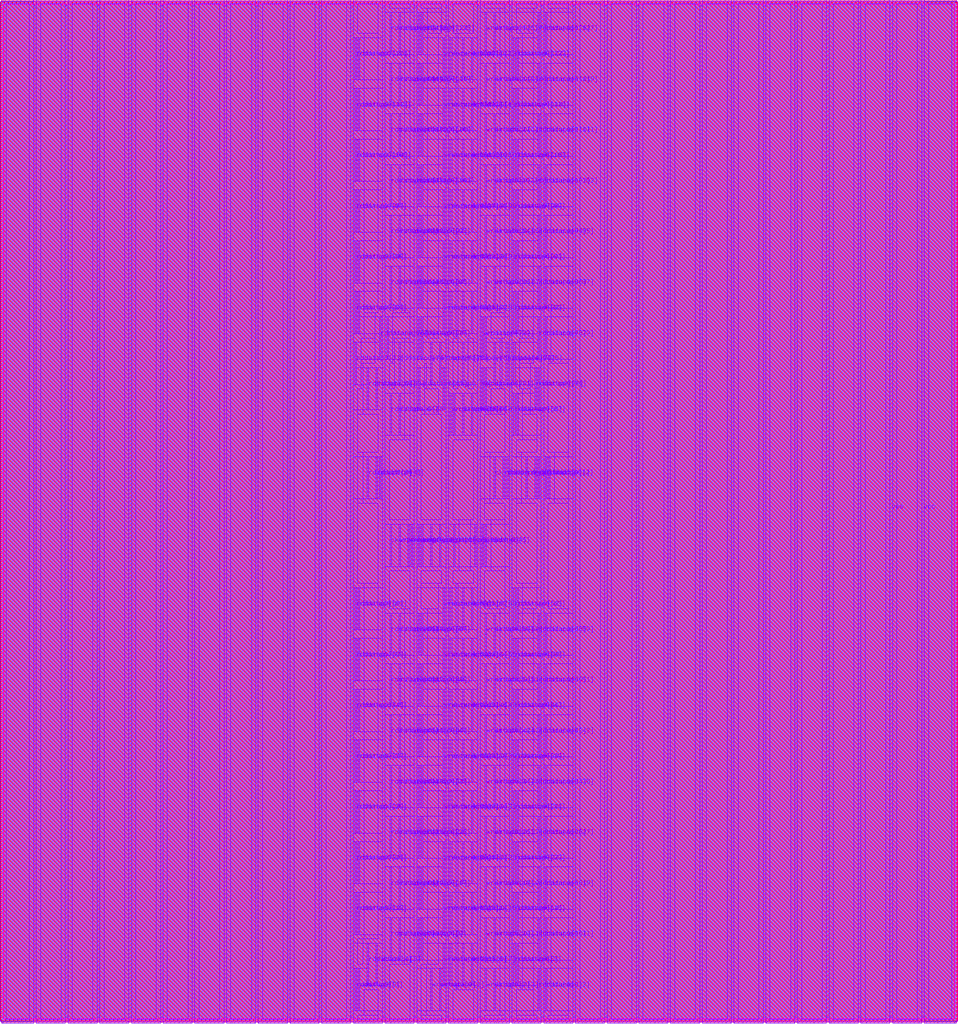
<source format=lef>
VERSION 5.8 ;
BUSBITCHARS "[]" ;
DIVIDERCHAR "/" ;

UNITS
  DATABASE MICRONS 4000 ;
END UNITS

PROPERTYDEFINITIONS
  MACRO hpml_layer STRING ;
  MACRO heml_layer STRING ;
END PROPERTYDEFINITIONS

MACRO arf124b064e1r1w0cbbehbaa4acw
  CLASS BLOCK ;
  FOREIGN arf124b064e1r1w0cbbehbaa4acw ;
  ORIGIN 0 0 ;
  SIZE 27 BY 28.8 ;
  PIN ckrdp0
    DIRECTION INPUT ;
    USE SIGNAL ;
    PORT
      LAYER m7 ;
        RECT 13.928 14.76 13.972 15.96 ;
    END
  END ckrdp0
  PIN ckwrp0
    DIRECTION INPUT ;
    USE SIGNAL ;
    PORT
      LAYER m7 ;
        RECT 10.972 12.84 11.016 14.04 ;
    END
  END ckwrp0
  PIN rdaddrp0[0]
    DIRECTION INPUT ;
    USE SIGNAL ;
    PORT
      LAYER m7 ;
        RECT 15.172 14.76 15.216 15.96 ;
    END
  END rdaddrp0[0]
  PIN rdaddrp0[1]
    DIRECTION INPUT ;
    USE SIGNAL ;
    PORT
      LAYER m7 ;
        RECT 15.384 14.76 15.428 15.96 ;
    END
  END rdaddrp0[1]
  PIN rdaddrp0[2]
    DIRECTION INPUT ;
    USE SIGNAL ;
    PORT
      LAYER m7 ;
        RECT 15.472 14.76 15.516 15.96 ;
    END
  END rdaddrp0[2]
  PIN rdaddrp0[3]
    DIRECTION INPUT ;
    USE SIGNAL ;
    PORT
      LAYER m7 ;
        RECT 10.328 14.76 10.372 15.96 ;
    END
  END rdaddrp0[3]
  PIN rdaddrp0[4]
    DIRECTION INPUT ;
    USE SIGNAL ;
    PORT
      LAYER m7 ;
        RECT 10.584 14.76 10.628 15.96 ;
    END
  END rdaddrp0[4]
  PIN rdaddrp0[5]
    DIRECTION INPUT ;
    USE SIGNAL ;
    PORT
      LAYER m7 ;
        RECT 10.672 14.76 10.716 15.96 ;
    END
  END rdaddrp0[5]
  PIN rdaddrp0_fd
    DIRECTION INPUT ;
    USE SIGNAL ;
    PORT
      LAYER m7 ;
        RECT 14.184 14.76 14.228 15.96 ;
    END
  END rdaddrp0_fd
  PIN rdaddrp0_rd
    DIRECTION INPUT ;
    USE SIGNAL ;
    PORT
      LAYER m7 ;
        RECT 14.272 14.76 14.316 15.96 ;
    END
  END rdaddrp0_rd
  PIN rdenp0
    DIRECTION INPUT ;
    USE SIGNAL ;
    PORT
      LAYER m7 ;
        RECT 14.828 14.76 14.872 15.96 ;
    END
  END rdenp0
  PIN sdl_initp0
    DIRECTION INPUT ;
    USE SIGNAL ;
    PORT
      LAYER m7 ;
        RECT 15.084 14.76 15.128 15.96 ;
    END
  END sdl_initp0
  PIN wraddrp0[0]
    DIRECTION INPUT ;
    USE SIGNAL ;
    PORT
      LAYER m7 ;
        RECT 12.128 12.84 12.172 14.04 ;
    END
  END wraddrp0[0]
  PIN wraddrp0[1]
    DIRECTION INPUT ;
    USE SIGNAL ;
    PORT
      LAYER m7 ;
        RECT 12.384 12.84 12.428 14.04 ;
    END
  END wraddrp0[1]
  PIN wraddrp0[2]
    DIRECTION INPUT ;
    USE SIGNAL ;
    PORT
      LAYER m7 ;
        RECT 12.772 12.84 12.816 14.04 ;
    END
  END wraddrp0[2]
  PIN wraddrp0[3]
    DIRECTION INPUT ;
    USE SIGNAL ;
    PORT
      LAYER m7 ;
        RECT 13.372 12.84 13.416 14.04 ;
    END
  END wraddrp0[3]
  PIN wraddrp0[4]
    DIRECTION INPUT ;
    USE SIGNAL ;
    PORT
      LAYER m7 ;
        RECT 13.584 12.84 13.628 14.04 ;
    END
  END wraddrp0[4]
  PIN wraddrp0[5]
    DIRECTION INPUT ;
    USE SIGNAL ;
    PORT
      LAYER m7 ;
        RECT 13.672 12.84 13.716 14.04 ;
    END
  END wraddrp0[5]
  PIN wraddrp0_fd
    DIRECTION INPUT ;
    USE SIGNAL ;
    PORT
      LAYER m7 ;
        RECT 11.228 12.84 11.272 14.04 ;
    END
  END wraddrp0_fd
  PIN wraddrp0_rd
    DIRECTION INPUT ;
    USE SIGNAL ;
    PORT
      LAYER m7 ;
        RECT 11.484 12.84 11.528 14.04 ;
    END
  END wraddrp0_rd
  PIN wrdatap0[0]
    DIRECTION INPUT ;
    USE SIGNAL ;
    PORT
      LAYER m7 ;
        RECT 12.128 0.24 12.172 1.44 ;
    END
  END wrdatap0[0]
  PIN wrdatap0[100]
    DIRECTION INPUT ;
    USE SIGNAL ;
    PORT
      LAYER m7 ;
        RECT 11.784 23.04 11.828 24.24 ;
    END
  END wrdatap0[100]
  PIN wrdatap0[101]
    DIRECTION INPUT ;
    USE SIGNAL ;
    PORT
      LAYER m7 ;
        RECT 11.872 23.04 11.916 24.24 ;
    END
  END wrdatap0[101]
  PIN wrdatap0[102]
    DIRECTION INPUT ;
    USE SIGNAL ;
    PORT
      LAYER m7 ;
        RECT 13.672 23.04 13.716 24.24 ;
    END
  END wrdatap0[102]
  PIN wrdatap0[103]
    DIRECTION INPUT ;
    USE SIGNAL ;
    PORT
      LAYER m7 ;
        RECT 13.928 23.04 13.972 24.24 ;
    END
  END wrdatap0[103]
  PIN wrdatap0[104]
    DIRECTION INPUT ;
    USE SIGNAL ;
    PORT
      LAYER m7 ;
        RECT 12.472 23.76 12.516 24.96 ;
    END
  END wrdatap0[104]
  PIN wrdatap0[105]
    DIRECTION INPUT ;
    USE SIGNAL ;
    PORT
      LAYER m7 ;
        RECT 12.684 23.76 12.728 24.96 ;
    END
  END wrdatap0[105]
  PIN wrdatap0[106]
    DIRECTION INPUT ;
    USE SIGNAL ;
    PORT
      LAYER m7 ;
        RECT 13.028 23.76 13.072 24.96 ;
    END
  END wrdatap0[106]
  PIN wrdatap0[107]
    DIRECTION INPUT ;
    USE SIGNAL ;
    PORT
      LAYER m7 ;
        RECT 13.284 23.76 13.328 24.96 ;
    END
  END wrdatap0[107]
  PIN wrdatap0[108]
    DIRECTION INPUT ;
    USE SIGNAL ;
    PORT
      LAYER m7 ;
        RECT 11.784 24.48 11.828 25.68 ;
    END
  END wrdatap0[108]
  PIN wrdatap0[109]
    DIRECTION INPUT ;
    USE SIGNAL ;
    PORT
      LAYER m7 ;
        RECT 11.872 24.48 11.916 25.68 ;
    END
  END wrdatap0[109]
  PIN wrdatap0[10]
    DIRECTION INPUT ;
    USE SIGNAL ;
    PORT
      LAYER m7 ;
        RECT 13.672 1.68 13.716 2.88 ;
    END
  END wrdatap0[10]
  PIN wrdatap0[110]
    DIRECTION INPUT ;
    USE SIGNAL ;
    PORT
      LAYER m7 ;
        RECT 13.672 24.48 13.716 25.68 ;
    END
  END wrdatap0[110]
  PIN wrdatap0[111]
    DIRECTION INPUT ;
    USE SIGNAL ;
    PORT
      LAYER m7 ;
        RECT 13.928 24.48 13.972 25.68 ;
    END
  END wrdatap0[111]
  PIN wrdatap0[112]
    DIRECTION INPUT ;
    USE SIGNAL ;
    PORT
      LAYER m7 ;
        RECT 12.472 25.2 12.516 26.4 ;
    END
  END wrdatap0[112]
  PIN wrdatap0[113]
    DIRECTION INPUT ;
    USE SIGNAL ;
    PORT
      LAYER m7 ;
        RECT 12.684 25.2 12.728 26.4 ;
    END
  END wrdatap0[113]
  PIN wrdatap0[114]
    DIRECTION INPUT ;
    USE SIGNAL ;
    PORT
      LAYER m7 ;
        RECT 13.028 25.2 13.072 26.4 ;
    END
  END wrdatap0[114]
  PIN wrdatap0[115]
    DIRECTION INPUT ;
    USE SIGNAL ;
    PORT
      LAYER m7 ;
        RECT 13.284 25.2 13.328 26.4 ;
    END
  END wrdatap0[115]
  PIN wrdatap0[116]
    DIRECTION INPUT ;
    USE SIGNAL ;
    PORT
      LAYER m7 ;
        RECT 11.784 25.92 11.828 27.12 ;
    END
  END wrdatap0[116]
  PIN wrdatap0[117]
    DIRECTION INPUT ;
    USE SIGNAL ;
    PORT
      LAYER m7 ;
        RECT 11.872 25.92 11.916 27.12 ;
    END
  END wrdatap0[117]
  PIN wrdatap0[118]
    DIRECTION INPUT ;
    USE SIGNAL ;
    PORT
      LAYER m7 ;
        RECT 13.672 25.92 13.716 27.12 ;
    END
  END wrdatap0[118]
  PIN wrdatap0[119]
    DIRECTION INPUT ;
    USE SIGNAL ;
    PORT
      LAYER m7 ;
        RECT 13.928 25.92 13.972 27.12 ;
    END
  END wrdatap0[119]
  PIN wrdatap0[11]
    DIRECTION INPUT ;
    USE SIGNAL ;
    PORT
      LAYER m7 ;
        RECT 13.928 1.68 13.972 2.88 ;
    END
  END wrdatap0[11]
  PIN wrdatap0[120]
    DIRECTION INPUT ;
    USE SIGNAL ;
    PORT
      LAYER m7 ;
        RECT 12.472 26.64 12.516 27.84 ;
    END
  END wrdatap0[120]
  PIN wrdatap0[121]
    DIRECTION INPUT ;
    USE SIGNAL ;
    PORT
      LAYER m7 ;
        RECT 12.684 26.64 12.728 27.84 ;
    END
  END wrdatap0[121]
  PIN wrdatap0[122]
    DIRECTION INPUT ;
    USE SIGNAL ;
    PORT
      LAYER m7 ;
        RECT 13.028 26.64 13.072 27.84 ;
    END
  END wrdatap0[122]
  PIN wrdatap0[123]
    DIRECTION INPUT ;
    USE SIGNAL ;
    PORT
      LAYER m7 ;
        RECT 13.284 26.64 13.328 27.84 ;
    END
  END wrdatap0[123]
  PIN wrdatap0[124]
    DIRECTION INPUT ;
    USE SIGNAL ;
    PORT
      LAYER m7 ;
        RECT 11.784 27.36 11.828 28.56 ;
    END
  END wrdatap0[124]
  PIN wrdatap0[125]
    DIRECTION INPUT ;
    USE SIGNAL ;
    PORT
      LAYER m7 ;
        RECT 11.872 27.36 11.916 28.56 ;
    END
  END wrdatap0[125]
  PIN wrdatap0[126]
    DIRECTION INPUT ;
    USE SIGNAL ;
    PORT
      LAYER m7 ;
        RECT 13.672 27.36 13.716 28.56 ;
    END
  END wrdatap0[126]
  PIN wrdatap0[127]
    DIRECTION INPUT ;
    USE SIGNAL ;
    PORT
      LAYER m7 ;
        RECT 13.928 27.36 13.972 28.56 ;
    END
  END wrdatap0[127]
  PIN wrdatap0[12]
    DIRECTION INPUT ;
    USE SIGNAL ;
    PORT
      LAYER m7 ;
        RECT 12.472 2.4 12.516 3.6 ;
    END
  END wrdatap0[12]
  PIN wrdatap0[13]
    DIRECTION INPUT ;
    USE SIGNAL ;
    PORT
      LAYER m7 ;
        RECT 12.684 2.4 12.728 3.6 ;
    END
  END wrdatap0[13]
  PIN wrdatap0[14]
    DIRECTION INPUT ;
    USE SIGNAL ;
    PORT
      LAYER m7 ;
        RECT 13.028 2.4 13.072 3.6 ;
    END
  END wrdatap0[14]
  PIN wrdatap0[15]
    DIRECTION INPUT ;
    USE SIGNAL ;
    PORT
      LAYER m7 ;
        RECT 13.284 2.4 13.328 3.6 ;
    END
  END wrdatap0[15]
  PIN wrdatap0[16]
    DIRECTION INPUT ;
    USE SIGNAL ;
    PORT
      LAYER m7 ;
        RECT 11.784 3.12 11.828 4.32 ;
    END
  END wrdatap0[16]
  PIN wrdatap0[17]
    DIRECTION INPUT ;
    USE SIGNAL ;
    PORT
      LAYER m7 ;
        RECT 11.872 3.12 11.916 4.32 ;
    END
  END wrdatap0[17]
  PIN wrdatap0[18]
    DIRECTION INPUT ;
    USE SIGNAL ;
    PORT
      LAYER m7 ;
        RECT 13.672 3.12 13.716 4.32 ;
    END
  END wrdatap0[18]
  PIN wrdatap0[19]
    DIRECTION INPUT ;
    USE SIGNAL ;
    PORT
      LAYER m7 ;
        RECT 13.928 3.12 13.972 4.32 ;
    END
  END wrdatap0[19]
  PIN wrdatap0[1]
    DIRECTION INPUT ;
    USE SIGNAL ;
    PORT
      LAYER m7 ;
        RECT 12.384 0.24 12.428 1.44 ;
    END
  END wrdatap0[1]
  PIN wrdatap0[20]
    DIRECTION INPUT ;
    USE SIGNAL ;
    PORT
      LAYER m7 ;
        RECT 12.472 3.84 12.516 5.04 ;
    END
  END wrdatap0[20]
  PIN wrdatap0[21]
    DIRECTION INPUT ;
    USE SIGNAL ;
    PORT
      LAYER m7 ;
        RECT 12.684 3.84 12.728 5.04 ;
    END
  END wrdatap0[21]
  PIN wrdatap0[22]
    DIRECTION INPUT ;
    USE SIGNAL ;
    PORT
      LAYER m7 ;
        RECT 13.028 3.84 13.072 5.04 ;
    END
  END wrdatap0[22]
  PIN wrdatap0[23]
    DIRECTION INPUT ;
    USE SIGNAL ;
    PORT
      LAYER m7 ;
        RECT 13.284 3.84 13.328 5.04 ;
    END
  END wrdatap0[23]
  PIN wrdatap0[24]
    DIRECTION INPUT ;
    USE SIGNAL ;
    PORT
      LAYER m7 ;
        RECT 11.784 4.56 11.828 5.76 ;
    END
  END wrdatap0[24]
  PIN wrdatap0[25]
    DIRECTION INPUT ;
    USE SIGNAL ;
    PORT
      LAYER m7 ;
        RECT 11.872 4.56 11.916 5.76 ;
    END
  END wrdatap0[25]
  PIN wrdatap0[26]
    DIRECTION INPUT ;
    USE SIGNAL ;
    PORT
      LAYER m7 ;
        RECT 13.672 4.56 13.716 5.76 ;
    END
  END wrdatap0[26]
  PIN wrdatap0[27]
    DIRECTION INPUT ;
    USE SIGNAL ;
    PORT
      LAYER m7 ;
        RECT 13.928 4.56 13.972 5.76 ;
    END
  END wrdatap0[27]
  PIN wrdatap0[28]
    DIRECTION INPUT ;
    USE SIGNAL ;
    PORT
      LAYER m7 ;
        RECT 12.472 5.28 12.516 6.48 ;
    END
  END wrdatap0[28]
  PIN wrdatap0[29]
    DIRECTION INPUT ;
    USE SIGNAL ;
    PORT
      LAYER m7 ;
        RECT 12.684 5.28 12.728 6.48 ;
    END
  END wrdatap0[29]
  PIN wrdatap0[2]
    DIRECTION INPUT ;
    USE SIGNAL ;
    PORT
      LAYER m7 ;
        RECT 13.672 0.24 13.716 1.44 ;
    END
  END wrdatap0[2]
  PIN wrdatap0[30]
    DIRECTION INPUT ;
    USE SIGNAL ;
    PORT
      LAYER m7 ;
        RECT 13.028 5.28 13.072 6.48 ;
    END
  END wrdatap0[30]
  PIN wrdatap0[31]
    DIRECTION INPUT ;
    USE SIGNAL ;
    PORT
      LAYER m7 ;
        RECT 13.284 5.28 13.328 6.48 ;
    END
  END wrdatap0[31]
  PIN wrdatap0[32]
    DIRECTION INPUT ;
    USE SIGNAL ;
    PORT
      LAYER m7 ;
        RECT 11.784 6 11.828 7.2 ;
    END
  END wrdatap0[32]
  PIN wrdatap0[33]
    DIRECTION INPUT ;
    USE SIGNAL ;
    PORT
      LAYER m7 ;
        RECT 11.872 6 11.916 7.2 ;
    END
  END wrdatap0[33]
  PIN wrdatap0[34]
    DIRECTION INPUT ;
    USE SIGNAL ;
    PORT
      LAYER m7 ;
        RECT 13.672 6 13.716 7.2 ;
    END
  END wrdatap0[34]
  PIN wrdatap0[35]
    DIRECTION INPUT ;
    USE SIGNAL ;
    PORT
      LAYER m7 ;
        RECT 13.928 6 13.972 7.2 ;
    END
  END wrdatap0[35]
  PIN wrdatap0[36]
    DIRECTION INPUT ;
    USE SIGNAL ;
    PORT
      LAYER m7 ;
        RECT 12.472 6.72 12.516 7.92 ;
    END
  END wrdatap0[36]
  PIN wrdatap0[37]
    DIRECTION INPUT ;
    USE SIGNAL ;
    PORT
      LAYER m7 ;
        RECT 12.684 6.72 12.728 7.92 ;
    END
  END wrdatap0[37]
  PIN wrdatap0[38]
    DIRECTION INPUT ;
    USE SIGNAL ;
    PORT
      LAYER m7 ;
        RECT 13.028 6.72 13.072 7.92 ;
    END
  END wrdatap0[38]
  PIN wrdatap0[39]
    DIRECTION INPUT ;
    USE SIGNAL ;
    PORT
      LAYER m7 ;
        RECT 13.284 6.72 13.328 7.92 ;
    END
  END wrdatap0[39]
  PIN wrdatap0[3]
    DIRECTION INPUT ;
    USE SIGNAL ;
    PORT
      LAYER m7 ;
        RECT 13.928 0.24 13.972 1.44 ;
    END
  END wrdatap0[3]
  PIN wrdatap0[40]
    DIRECTION INPUT ;
    USE SIGNAL ;
    PORT
      LAYER m7 ;
        RECT 11.784 7.44 11.828 8.64 ;
    END
  END wrdatap0[40]
  PIN wrdatap0[41]
    DIRECTION INPUT ;
    USE SIGNAL ;
    PORT
      LAYER m7 ;
        RECT 11.872 7.44 11.916 8.64 ;
    END
  END wrdatap0[41]
  PIN wrdatap0[42]
    DIRECTION INPUT ;
    USE SIGNAL ;
    PORT
      LAYER m7 ;
        RECT 13.672 7.44 13.716 8.64 ;
    END
  END wrdatap0[42]
  PIN wrdatap0[43]
    DIRECTION INPUT ;
    USE SIGNAL ;
    PORT
      LAYER m7 ;
        RECT 13.928 7.44 13.972 8.64 ;
    END
  END wrdatap0[43]
  PIN wrdatap0[44]
    DIRECTION INPUT ;
    USE SIGNAL ;
    PORT
      LAYER m7 ;
        RECT 12.472 8.16 12.516 9.36 ;
    END
  END wrdatap0[44]
  PIN wrdatap0[45]
    DIRECTION INPUT ;
    USE SIGNAL ;
    PORT
      LAYER m7 ;
        RECT 12.684 8.16 12.728 9.36 ;
    END
  END wrdatap0[45]
  PIN wrdatap0[46]
    DIRECTION INPUT ;
    USE SIGNAL ;
    PORT
      LAYER m7 ;
        RECT 13.028 8.16 13.072 9.36 ;
    END
  END wrdatap0[46]
  PIN wrdatap0[47]
    DIRECTION INPUT ;
    USE SIGNAL ;
    PORT
      LAYER m7 ;
        RECT 13.284 8.16 13.328 9.36 ;
    END
  END wrdatap0[47]
  PIN wrdatap0[48]
    DIRECTION INPUT ;
    USE SIGNAL ;
    PORT
      LAYER m7 ;
        RECT 11.784 8.88 11.828 10.08 ;
    END
  END wrdatap0[48]
  PIN wrdatap0[49]
    DIRECTION INPUT ;
    USE SIGNAL ;
    PORT
      LAYER m7 ;
        RECT 11.872 8.88 11.916 10.08 ;
    END
  END wrdatap0[49]
  PIN wrdatap0[4]
    DIRECTION INPUT ;
    USE SIGNAL ;
    PORT
      LAYER m7 ;
        RECT 12.472 0.96 12.516 2.16 ;
    END
  END wrdatap0[4]
  PIN wrdatap0[50]
    DIRECTION INPUT ;
    USE SIGNAL ;
    PORT
      LAYER m7 ;
        RECT 13.672 8.88 13.716 10.08 ;
    END
  END wrdatap0[50]
  PIN wrdatap0[51]
    DIRECTION INPUT ;
    USE SIGNAL ;
    PORT
      LAYER m7 ;
        RECT 13.928 8.88 13.972 10.08 ;
    END
  END wrdatap0[51]
  PIN wrdatap0[52]
    DIRECTION INPUT ;
    USE SIGNAL ;
    PORT
      LAYER m7 ;
        RECT 12.472 9.6 12.516 10.8 ;
    END
  END wrdatap0[52]
  PIN wrdatap0[53]
    DIRECTION INPUT ;
    USE SIGNAL ;
    PORT
      LAYER m7 ;
        RECT 12.684 9.6 12.728 10.8 ;
    END
  END wrdatap0[53]
  PIN wrdatap0[54]
    DIRECTION INPUT ;
    USE SIGNAL ;
    PORT
      LAYER m7 ;
        RECT 13.028 9.6 13.072 10.8 ;
    END
  END wrdatap0[54]
  PIN wrdatap0[55]
    DIRECTION INPUT ;
    USE SIGNAL ;
    PORT
      LAYER m7 ;
        RECT 13.284 9.6 13.328 10.8 ;
    END
  END wrdatap0[55]
  PIN wrdatap0[56]
    DIRECTION INPUT ;
    USE SIGNAL ;
    PORT
      LAYER m7 ;
        RECT 11.784 10.32 11.828 11.52 ;
    END
  END wrdatap0[56]
  PIN wrdatap0[57]
    DIRECTION INPUT ;
    USE SIGNAL ;
    PORT
      LAYER m7 ;
        RECT 11.872 10.32 11.916 11.52 ;
    END
  END wrdatap0[57]
  PIN wrdatap0[58]
    DIRECTION INPUT ;
    USE SIGNAL ;
    PORT
      LAYER m7 ;
        RECT 13.672 10.32 13.716 11.52 ;
    END
  END wrdatap0[58]
  PIN wrdatap0[59]
    DIRECTION INPUT ;
    USE SIGNAL ;
    PORT
      LAYER m7 ;
        RECT 13.928 10.32 13.972 11.52 ;
    END
  END wrdatap0[59]
  PIN wrdatap0[5]
    DIRECTION INPUT ;
    USE SIGNAL ;
    PORT
      LAYER m7 ;
        RECT 12.684 0.96 12.728 2.16 ;
    END
  END wrdatap0[5]
  PIN wrdatap0[60]
    DIRECTION INPUT ;
    USE SIGNAL ;
    PORT
      LAYER m7 ;
        RECT 12.472 11.04 12.516 12.24 ;
    END
  END wrdatap0[60]
  PIN wrdatap0[61]
    DIRECTION INPUT ;
    USE SIGNAL ;
    PORT
      LAYER m7 ;
        RECT 12.684 11.04 12.728 12.24 ;
    END
  END wrdatap0[61]
  PIN wrdatap0[62]
    DIRECTION INPUT ;
    USE SIGNAL ;
    PORT
      LAYER m7 ;
        RECT 13.028 11.04 13.072 12.24 ;
    END
  END wrdatap0[62]
  PIN wrdatap0[63]
    DIRECTION INPUT ;
    USE SIGNAL ;
    PORT
      LAYER m7 ;
        RECT 13.284 11.04 13.328 12.24 ;
    END
  END wrdatap0[63]
  PIN wrdatap0[64]
    DIRECTION INPUT ;
    USE SIGNAL ;
    PORT
      LAYER m7 ;
        RECT 12.684 16.56 12.728 17.76 ;
    END
  END wrdatap0[64]
  PIN wrdatap0[65]
    DIRECTION INPUT ;
    USE SIGNAL ;
    PORT
      LAYER m7 ;
        RECT 12.772 16.56 12.816 17.76 ;
    END
  END wrdatap0[65]
  PIN wrdatap0[66]
    DIRECTION INPUT ;
    USE SIGNAL ;
    PORT
      LAYER m7 ;
        RECT 13.028 16.56 13.072 17.76 ;
    END
  END wrdatap0[66]
  PIN wrdatap0[67]
    DIRECTION INPUT ;
    USE SIGNAL ;
    PORT
      LAYER m7 ;
        RECT 13.284 16.56 13.328 17.76 ;
    END
  END wrdatap0[67]
  PIN wrdatap0[68]
    DIRECTION INPUT ;
    USE SIGNAL ;
    PORT
      LAYER m7 ;
        RECT 12.472 17.28 12.516 18.48 ;
    END
  END wrdatap0[68]
  PIN wrdatap0[69]
    DIRECTION INPUT ;
    USE SIGNAL ;
    PORT
      LAYER m7 ;
        RECT 11.784 17.28 11.828 18.48 ;
    END
  END wrdatap0[69]
  PIN wrdatap0[6]
    DIRECTION INPUT ;
    USE SIGNAL ;
    PORT
      LAYER m7 ;
        RECT 13.028 0.96 13.072 2.16 ;
    END
  END wrdatap0[6]
  PIN wrdatap0[70]
    DIRECTION INPUT ;
    USE SIGNAL ;
    PORT
      LAYER m7 ;
        RECT 13.584 17.28 13.628 18.48 ;
    END
  END wrdatap0[70]
  PIN wrdatap0[71]
    DIRECTION INPUT ;
    USE SIGNAL ;
    PORT
      LAYER m7 ;
        RECT 13.672 17.28 13.716 18.48 ;
    END
  END wrdatap0[71]
  PIN wrdatap0[72]
    DIRECTION INPUT ;
    USE SIGNAL ;
    PORT
      LAYER m7 ;
        RECT 12.128 18 12.172 19.2 ;
    END
  END wrdatap0[72]
  PIN wrdatap0[73]
    DIRECTION INPUT ;
    USE SIGNAL ;
    PORT
      LAYER m7 ;
        RECT 12.384 18 12.428 19.2 ;
    END
  END wrdatap0[73]
  PIN wrdatap0[74]
    DIRECTION INPUT ;
    USE SIGNAL ;
    PORT
      LAYER m7 ;
        RECT 13.928 18 13.972 19.2 ;
    END
  END wrdatap0[74]
  PIN wrdatap0[75]
    DIRECTION INPUT ;
    USE SIGNAL ;
    PORT
      LAYER m7 ;
        RECT 13.028 18 13.072 19.2 ;
    END
  END wrdatap0[75]
  PIN wrdatap0[76]
    DIRECTION INPUT ;
    USE SIGNAL ;
    PORT
      LAYER m7 ;
        RECT 11.784 18.72 11.828 19.92 ;
    END
  END wrdatap0[76]
  PIN wrdatap0[77]
    DIRECTION INPUT ;
    USE SIGNAL ;
    PORT
      LAYER m7 ;
        RECT 11.872 18.72 11.916 19.92 ;
    END
  END wrdatap0[77]
  PIN wrdatap0[78]
    DIRECTION INPUT ;
    USE SIGNAL ;
    PORT
      LAYER m7 ;
        RECT 13.584 18.72 13.628 19.92 ;
    END
  END wrdatap0[78]
  PIN wrdatap0[79]
    DIRECTION INPUT ;
    USE SIGNAL ;
    PORT
      LAYER m7 ;
        RECT 13.672 18.72 13.716 19.92 ;
    END
  END wrdatap0[79]
  PIN wrdatap0[7]
    DIRECTION INPUT ;
    USE SIGNAL ;
    PORT
      LAYER m7 ;
        RECT 13.284 0.96 13.328 2.16 ;
    END
  END wrdatap0[7]
  PIN wrdatap0[80]
    DIRECTION INPUT ;
    USE SIGNAL ;
    PORT
      LAYER m7 ;
        RECT 12.472 19.44 12.516 20.64 ;
    END
  END wrdatap0[80]
  PIN wrdatap0[81]
    DIRECTION INPUT ;
    USE SIGNAL ;
    PORT
      LAYER m7 ;
        RECT 12.684 19.44 12.728 20.64 ;
    END
  END wrdatap0[81]
  PIN wrdatap0[82]
    DIRECTION INPUT ;
    USE SIGNAL ;
    PORT
      LAYER m7 ;
        RECT 13.028 19.44 13.072 20.64 ;
    END
  END wrdatap0[82]
  PIN wrdatap0[83]
    DIRECTION INPUT ;
    USE SIGNAL ;
    PORT
      LAYER m7 ;
        RECT 13.284 19.44 13.328 20.64 ;
    END
  END wrdatap0[83]
  PIN wrdatap0[84]
    DIRECTION INPUT ;
    USE SIGNAL ;
    PORT
      LAYER m7 ;
        RECT 11.784 20.16 11.828 21.36 ;
    END
  END wrdatap0[84]
  PIN wrdatap0[85]
    DIRECTION INPUT ;
    USE SIGNAL ;
    PORT
      LAYER m7 ;
        RECT 11.872 20.16 11.916 21.36 ;
    END
  END wrdatap0[85]
  PIN wrdatap0[86]
    DIRECTION INPUT ;
    USE SIGNAL ;
    PORT
      LAYER m7 ;
        RECT 13.672 20.16 13.716 21.36 ;
    END
  END wrdatap0[86]
  PIN wrdatap0[87]
    DIRECTION INPUT ;
    USE SIGNAL ;
    PORT
      LAYER m7 ;
        RECT 13.928 20.16 13.972 21.36 ;
    END
  END wrdatap0[87]
  PIN wrdatap0[88]
    DIRECTION INPUT ;
    USE SIGNAL ;
    PORT
      LAYER m7 ;
        RECT 12.472 20.88 12.516 22.08 ;
    END
  END wrdatap0[88]
  PIN wrdatap0[89]
    DIRECTION INPUT ;
    USE SIGNAL ;
    PORT
      LAYER m7 ;
        RECT 12.684 20.88 12.728 22.08 ;
    END
  END wrdatap0[89]
  PIN wrdatap0[8]
    DIRECTION INPUT ;
    USE SIGNAL ;
    PORT
      LAYER m7 ;
        RECT 11.784 1.68 11.828 2.88 ;
    END
  END wrdatap0[8]
  PIN wrdatap0[90]
    DIRECTION INPUT ;
    USE SIGNAL ;
    PORT
      LAYER m7 ;
        RECT 13.028 20.88 13.072 22.08 ;
    END
  END wrdatap0[90]
  PIN wrdatap0[91]
    DIRECTION INPUT ;
    USE SIGNAL ;
    PORT
      LAYER m7 ;
        RECT 13.284 20.88 13.328 22.08 ;
    END
  END wrdatap0[91]
  PIN wrdatap0[92]
    DIRECTION INPUT ;
    USE SIGNAL ;
    PORT
      LAYER m7 ;
        RECT 11.784 21.6 11.828 22.8 ;
    END
  END wrdatap0[92]
  PIN wrdatap0[93]
    DIRECTION INPUT ;
    USE SIGNAL ;
    PORT
      LAYER m7 ;
        RECT 11.872 21.6 11.916 22.8 ;
    END
  END wrdatap0[93]
  PIN wrdatap0[94]
    DIRECTION INPUT ;
    USE SIGNAL ;
    PORT
      LAYER m7 ;
        RECT 13.672 21.6 13.716 22.8 ;
    END
  END wrdatap0[94]
  PIN wrdatap0[95]
    DIRECTION INPUT ;
    USE SIGNAL ;
    PORT
      LAYER m7 ;
        RECT 13.928 21.6 13.972 22.8 ;
    END
  END wrdatap0[95]
  PIN wrdatap0[96]
    DIRECTION INPUT ;
    USE SIGNAL ;
    PORT
      LAYER m7 ;
        RECT 12.472 22.32 12.516 23.52 ;
    END
  END wrdatap0[96]
  PIN wrdatap0[97]
    DIRECTION INPUT ;
    USE SIGNAL ;
    PORT
      LAYER m7 ;
        RECT 12.684 22.32 12.728 23.52 ;
    END
  END wrdatap0[97]
  PIN wrdatap0[98]
    DIRECTION INPUT ;
    USE SIGNAL ;
    PORT
      LAYER m7 ;
        RECT 13.028 22.32 13.072 23.52 ;
    END
  END wrdatap0[98]
  PIN wrdatap0[99]
    DIRECTION INPUT ;
    USE SIGNAL ;
    PORT
      LAYER m7 ;
        RECT 13.284 22.32 13.328 23.52 ;
    END
  END wrdatap0[99]
  PIN wrdatap0[9]
    DIRECTION INPUT ;
    USE SIGNAL ;
    PORT
      LAYER m7 ;
        RECT 11.872 1.68 11.916 2.88 ;
    END
  END wrdatap0[9]
  PIN wrdatap0_fd
    DIRECTION INPUT ;
    USE SIGNAL ;
    PORT
      LAYER m7 ;
        RECT 11.784 12.84 11.828 14.04 ;
    END
  END wrdatap0_fd
  PIN wrdatap0_rd
    DIRECTION INPUT ;
    USE SIGNAL ;
    PORT
      LAYER m7 ;
        RECT 11.872 12.84 11.916 14.04 ;
    END
  END wrdatap0_rd
  PIN wrenp0
    DIRECTION INPUT ;
    USE SIGNAL ;
    PORT
      LAYER m7 ;
        RECT 11.572 12.84 11.616 14.04 ;
    END
  END wrenp0
  PIN rddatap0[0]
    DIRECTION OUTPUT ;
    USE SIGNAL ;
    PORT
      LAYER m7 ;
        RECT 9.984 0.24 10.028 1.44 ;
    END
  END rddatap0[0]
  PIN rddatap0[100]
    DIRECTION OUTPUT ;
    USE SIGNAL ;
    PORT
      LAYER m7 ;
        RECT 10.972 23.04 11.016 24.24 ;
    END
  END rddatap0[100]
  PIN rddatap0[101]
    DIRECTION OUTPUT ;
    USE SIGNAL ;
    PORT
      LAYER m7 ;
        RECT 11.228 23.04 11.272 24.24 ;
    END
  END rddatap0[101]
  PIN rddatap0[102]
    DIRECTION OUTPUT ;
    USE SIGNAL ;
    PORT
      LAYER m7 ;
        RECT 15.172 23.04 15.216 24.24 ;
    END
  END rddatap0[102]
  PIN rddatap0[103]
    DIRECTION OUTPUT ;
    USE SIGNAL ;
    PORT
      LAYER m7 ;
        RECT 15.384 23.04 15.428 24.24 ;
    END
  END rddatap0[103]
  PIN rddatap0[104]
    DIRECTION OUTPUT ;
    USE SIGNAL ;
    PORT
      LAYER m7 ;
        RECT 9.984 23.76 10.028 24.96 ;
    END
  END rddatap0[104]
  PIN rddatap0[105]
    DIRECTION OUTPUT ;
    USE SIGNAL ;
    PORT
      LAYER m7 ;
        RECT 10.072 23.76 10.116 24.96 ;
    END
  END rddatap0[105]
  PIN rddatap0[106]
    DIRECTION OUTPUT ;
    USE SIGNAL ;
    PORT
      LAYER m7 ;
        RECT 14.484 23.76 14.528 24.96 ;
    END
  END rddatap0[106]
  PIN rddatap0[107]
    DIRECTION OUTPUT ;
    USE SIGNAL ;
    PORT
      LAYER m7 ;
        RECT 14.572 23.76 14.616 24.96 ;
    END
  END rddatap0[107]
  PIN rddatap0[108]
    DIRECTION OUTPUT ;
    USE SIGNAL ;
    PORT
      LAYER m7 ;
        RECT 10.972 24.48 11.016 25.68 ;
    END
  END rddatap0[108]
  PIN rddatap0[109]
    DIRECTION OUTPUT ;
    USE SIGNAL ;
    PORT
      LAYER m7 ;
        RECT 11.228 24.48 11.272 25.68 ;
    END
  END rddatap0[109]
  PIN rddatap0[10]
    DIRECTION OUTPUT ;
    USE SIGNAL ;
    PORT
      LAYER m7 ;
        RECT 15.172 1.68 15.216 2.88 ;
    END
  END rddatap0[10]
  PIN rddatap0[110]
    DIRECTION OUTPUT ;
    USE SIGNAL ;
    PORT
      LAYER m7 ;
        RECT 15.172 24.48 15.216 25.68 ;
    END
  END rddatap0[110]
  PIN rddatap0[111]
    DIRECTION OUTPUT ;
    USE SIGNAL ;
    PORT
      LAYER m7 ;
        RECT 15.384 24.48 15.428 25.68 ;
    END
  END rddatap0[111]
  PIN rddatap0[112]
    DIRECTION OUTPUT ;
    USE SIGNAL ;
    PORT
      LAYER m7 ;
        RECT 9.984 25.2 10.028 26.4 ;
    END
  END rddatap0[112]
  PIN rddatap0[113]
    DIRECTION OUTPUT ;
    USE SIGNAL ;
    PORT
      LAYER m7 ;
        RECT 10.072 25.2 10.116 26.4 ;
    END
  END rddatap0[113]
  PIN rddatap0[114]
    DIRECTION OUTPUT ;
    USE SIGNAL ;
    PORT
      LAYER m7 ;
        RECT 14.484 25.2 14.528 26.4 ;
    END
  END rddatap0[114]
  PIN rddatap0[115]
    DIRECTION OUTPUT ;
    USE SIGNAL ;
    PORT
      LAYER m7 ;
        RECT 14.572 25.2 14.616 26.4 ;
    END
  END rddatap0[115]
  PIN rddatap0[116]
    DIRECTION OUTPUT ;
    USE SIGNAL ;
    PORT
      LAYER m7 ;
        RECT 10.972 25.92 11.016 27.12 ;
    END
  END rddatap0[116]
  PIN rddatap0[117]
    DIRECTION OUTPUT ;
    USE SIGNAL ;
    PORT
      LAYER m7 ;
        RECT 11.228 25.92 11.272 27.12 ;
    END
  END rddatap0[117]
  PIN rddatap0[118]
    DIRECTION OUTPUT ;
    USE SIGNAL ;
    PORT
      LAYER m7 ;
        RECT 15.172 25.92 15.216 27.12 ;
    END
  END rddatap0[118]
  PIN rddatap0[119]
    DIRECTION OUTPUT ;
    USE SIGNAL ;
    PORT
      LAYER m7 ;
        RECT 15.384 25.92 15.428 27.12 ;
    END
  END rddatap0[119]
  PIN rddatap0[11]
    DIRECTION OUTPUT ;
    USE SIGNAL ;
    PORT
      LAYER m7 ;
        RECT 15.384 1.68 15.428 2.88 ;
    END
  END rddatap0[11]
  PIN rddatap0[120]
    DIRECTION OUTPUT ;
    USE SIGNAL ;
    PORT
      LAYER m7 ;
        RECT 9.984 26.64 10.028 27.84 ;
    END
  END rddatap0[120]
  PIN rddatap0[121]
    DIRECTION OUTPUT ;
    USE SIGNAL ;
    PORT
      LAYER m7 ;
        RECT 10.072 26.64 10.116 27.84 ;
    END
  END rddatap0[121]
  PIN rddatap0[122]
    DIRECTION OUTPUT ;
    USE SIGNAL ;
    PORT
      LAYER m7 ;
        RECT 14.484 26.64 14.528 27.84 ;
    END
  END rddatap0[122]
  PIN rddatap0[123]
    DIRECTION OUTPUT ;
    USE SIGNAL ;
    PORT
      LAYER m7 ;
        RECT 14.572 26.64 14.616 27.84 ;
    END
  END rddatap0[123]
  PIN rddatap0[124]
    DIRECTION OUTPUT ;
    USE SIGNAL ;
    PORT
      LAYER m7 ;
        RECT 10.972 27.36 11.016 28.56 ;
    END
  END rddatap0[124]
  PIN rddatap0[125]
    DIRECTION OUTPUT ;
    USE SIGNAL ;
    PORT
      LAYER m7 ;
        RECT 11.228 27.36 11.272 28.56 ;
    END
  END rddatap0[125]
  PIN rddatap0[126]
    DIRECTION OUTPUT ;
    USE SIGNAL ;
    PORT
      LAYER m7 ;
        RECT 15.172 27.36 15.216 28.56 ;
    END
  END rddatap0[126]
  PIN rddatap0[127]
    DIRECTION OUTPUT ;
    USE SIGNAL ;
    PORT
      LAYER m7 ;
        RECT 15.384 27.36 15.428 28.56 ;
    END
  END rddatap0[127]
  PIN rddatap0[12]
    DIRECTION OUTPUT ;
    USE SIGNAL ;
    PORT
      LAYER m7 ;
        RECT 9.984 2.4 10.028 3.6 ;
    END
  END rddatap0[12]
  PIN rddatap0[13]
    DIRECTION OUTPUT ;
    USE SIGNAL ;
    PORT
      LAYER m7 ;
        RECT 10.072 2.4 10.116 3.6 ;
    END
  END rddatap0[13]
  PIN rddatap0[14]
    DIRECTION OUTPUT ;
    USE SIGNAL ;
    PORT
      LAYER m7 ;
        RECT 14.484 2.4 14.528 3.6 ;
    END
  END rddatap0[14]
  PIN rddatap0[15]
    DIRECTION OUTPUT ;
    USE SIGNAL ;
    PORT
      LAYER m7 ;
        RECT 14.572 2.4 14.616 3.6 ;
    END
  END rddatap0[15]
  PIN rddatap0[16]
    DIRECTION OUTPUT ;
    USE SIGNAL ;
    PORT
      LAYER m7 ;
        RECT 10.972 3.12 11.016 4.32 ;
    END
  END rddatap0[16]
  PIN rddatap0[17]
    DIRECTION OUTPUT ;
    USE SIGNAL ;
    PORT
      LAYER m7 ;
        RECT 11.228 3.12 11.272 4.32 ;
    END
  END rddatap0[17]
  PIN rddatap0[18]
    DIRECTION OUTPUT ;
    USE SIGNAL ;
    PORT
      LAYER m7 ;
        RECT 15.172 3.12 15.216 4.32 ;
    END
  END rddatap0[18]
  PIN rddatap0[19]
    DIRECTION OUTPUT ;
    USE SIGNAL ;
    PORT
      LAYER m7 ;
        RECT 15.384 3.12 15.428 4.32 ;
    END
  END rddatap0[19]
  PIN rddatap0[1]
    DIRECTION OUTPUT ;
    USE SIGNAL ;
    PORT
      LAYER m7 ;
        RECT 10.072 0.24 10.116 1.44 ;
    END
  END rddatap0[1]
  PIN rddatap0[20]
    DIRECTION OUTPUT ;
    USE SIGNAL ;
    PORT
      LAYER m7 ;
        RECT 9.984 3.84 10.028 5.04 ;
    END
  END rddatap0[20]
  PIN rddatap0[21]
    DIRECTION OUTPUT ;
    USE SIGNAL ;
    PORT
      LAYER m7 ;
        RECT 10.072 3.84 10.116 5.04 ;
    END
  END rddatap0[21]
  PIN rddatap0[22]
    DIRECTION OUTPUT ;
    USE SIGNAL ;
    PORT
      LAYER m7 ;
        RECT 14.484 3.84 14.528 5.04 ;
    END
  END rddatap0[22]
  PIN rddatap0[23]
    DIRECTION OUTPUT ;
    USE SIGNAL ;
    PORT
      LAYER m7 ;
        RECT 14.572 3.84 14.616 5.04 ;
    END
  END rddatap0[23]
  PIN rddatap0[24]
    DIRECTION OUTPUT ;
    USE SIGNAL ;
    PORT
      LAYER m7 ;
        RECT 10.972 4.56 11.016 5.76 ;
    END
  END rddatap0[24]
  PIN rddatap0[25]
    DIRECTION OUTPUT ;
    USE SIGNAL ;
    PORT
      LAYER m7 ;
        RECT 11.228 4.56 11.272 5.76 ;
    END
  END rddatap0[25]
  PIN rddatap0[26]
    DIRECTION OUTPUT ;
    USE SIGNAL ;
    PORT
      LAYER m7 ;
        RECT 15.172 4.56 15.216 5.76 ;
    END
  END rddatap0[26]
  PIN rddatap0[27]
    DIRECTION OUTPUT ;
    USE SIGNAL ;
    PORT
      LAYER m7 ;
        RECT 15.384 4.56 15.428 5.76 ;
    END
  END rddatap0[27]
  PIN rddatap0[28]
    DIRECTION OUTPUT ;
    USE SIGNAL ;
    PORT
      LAYER m7 ;
        RECT 9.984 5.28 10.028 6.48 ;
    END
  END rddatap0[28]
  PIN rddatap0[29]
    DIRECTION OUTPUT ;
    USE SIGNAL ;
    PORT
      LAYER m7 ;
        RECT 10.072 5.28 10.116 6.48 ;
    END
  END rddatap0[29]
  PIN rddatap0[2]
    DIRECTION OUTPUT ;
    USE SIGNAL ;
    PORT
      LAYER m7 ;
        RECT 15.172 0.24 15.216 1.44 ;
    END
  END rddatap0[2]
  PIN rddatap0[30]
    DIRECTION OUTPUT ;
    USE SIGNAL ;
    PORT
      LAYER m7 ;
        RECT 14.484 5.28 14.528 6.48 ;
    END
  END rddatap0[30]
  PIN rddatap0[31]
    DIRECTION OUTPUT ;
    USE SIGNAL ;
    PORT
      LAYER m7 ;
        RECT 14.572 5.28 14.616 6.48 ;
    END
  END rddatap0[31]
  PIN rddatap0[32]
    DIRECTION OUTPUT ;
    USE SIGNAL ;
    PORT
      LAYER m7 ;
        RECT 10.972 6 11.016 7.2 ;
    END
  END rddatap0[32]
  PIN rddatap0[33]
    DIRECTION OUTPUT ;
    USE SIGNAL ;
    PORT
      LAYER m7 ;
        RECT 11.228 6 11.272 7.2 ;
    END
  END rddatap0[33]
  PIN rddatap0[34]
    DIRECTION OUTPUT ;
    USE SIGNAL ;
    PORT
      LAYER m7 ;
        RECT 15.172 6 15.216 7.2 ;
    END
  END rddatap0[34]
  PIN rddatap0[35]
    DIRECTION OUTPUT ;
    USE SIGNAL ;
    PORT
      LAYER m7 ;
        RECT 15.384 6 15.428 7.2 ;
    END
  END rddatap0[35]
  PIN rddatap0[36]
    DIRECTION OUTPUT ;
    USE SIGNAL ;
    PORT
      LAYER m7 ;
        RECT 9.984 6.72 10.028 7.92 ;
    END
  END rddatap0[36]
  PIN rddatap0[37]
    DIRECTION OUTPUT ;
    USE SIGNAL ;
    PORT
      LAYER m7 ;
        RECT 10.072 6.72 10.116 7.92 ;
    END
  END rddatap0[37]
  PIN rddatap0[38]
    DIRECTION OUTPUT ;
    USE SIGNAL ;
    PORT
      LAYER m7 ;
        RECT 14.484 6.72 14.528 7.92 ;
    END
  END rddatap0[38]
  PIN rddatap0[39]
    DIRECTION OUTPUT ;
    USE SIGNAL ;
    PORT
      LAYER m7 ;
        RECT 14.572 6.72 14.616 7.92 ;
    END
  END rddatap0[39]
  PIN rddatap0[3]
    DIRECTION OUTPUT ;
    USE SIGNAL ;
    PORT
      LAYER m7 ;
        RECT 15.384 0.24 15.428 1.44 ;
    END
  END rddatap0[3]
  PIN rddatap0[40]
    DIRECTION OUTPUT ;
    USE SIGNAL ;
    PORT
      LAYER m7 ;
        RECT 10.972 7.44 11.016 8.64 ;
    END
  END rddatap0[40]
  PIN rddatap0[41]
    DIRECTION OUTPUT ;
    USE SIGNAL ;
    PORT
      LAYER m7 ;
        RECT 11.228 7.44 11.272 8.64 ;
    END
  END rddatap0[41]
  PIN rddatap0[42]
    DIRECTION OUTPUT ;
    USE SIGNAL ;
    PORT
      LAYER m7 ;
        RECT 15.172 7.44 15.216 8.64 ;
    END
  END rddatap0[42]
  PIN rddatap0[43]
    DIRECTION OUTPUT ;
    USE SIGNAL ;
    PORT
      LAYER m7 ;
        RECT 15.384 7.44 15.428 8.64 ;
    END
  END rddatap0[43]
  PIN rddatap0[44]
    DIRECTION OUTPUT ;
    USE SIGNAL ;
    PORT
      LAYER m7 ;
        RECT 9.984 8.16 10.028 9.36 ;
    END
  END rddatap0[44]
  PIN rddatap0[45]
    DIRECTION OUTPUT ;
    USE SIGNAL ;
    PORT
      LAYER m7 ;
        RECT 10.072 8.16 10.116 9.36 ;
    END
  END rddatap0[45]
  PIN rddatap0[46]
    DIRECTION OUTPUT ;
    USE SIGNAL ;
    PORT
      LAYER m7 ;
        RECT 14.484 8.16 14.528 9.36 ;
    END
  END rddatap0[46]
  PIN rddatap0[47]
    DIRECTION OUTPUT ;
    USE SIGNAL ;
    PORT
      LAYER m7 ;
        RECT 14.572 8.16 14.616 9.36 ;
    END
  END rddatap0[47]
  PIN rddatap0[48]
    DIRECTION OUTPUT ;
    USE SIGNAL ;
    PORT
      LAYER m7 ;
        RECT 10.972 8.88 11.016 10.08 ;
    END
  END rddatap0[48]
  PIN rddatap0[49]
    DIRECTION OUTPUT ;
    USE SIGNAL ;
    PORT
      LAYER m7 ;
        RECT 11.228 8.88 11.272 10.08 ;
    END
  END rddatap0[49]
  PIN rddatap0[4]
    DIRECTION OUTPUT ;
    USE SIGNAL ;
    PORT
      LAYER m7 ;
        RECT 10.328 0.96 10.372 2.16 ;
    END
  END rddatap0[4]
  PIN rddatap0[50]
    DIRECTION OUTPUT ;
    USE SIGNAL ;
    PORT
      LAYER m7 ;
        RECT 15.172 8.88 15.216 10.08 ;
    END
  END rddatap0[50]
  PIN rddatap0[51]
    DIRECTION OUTPUT ;
    USE SIGNAL ;
    PORT
      LAYER m7 ;
        RECT 15.384 8.88 15.428 10.08 ;
    END
  END rddatap0[51]
  PIN rddatap0[52]
    DIRECTION OUTPUT ;
    USE SIGNAL ;
    PORT
      LAYER m7 ;
        RECT 9.984 9.6 10.028 10.8 ;
    END
  END rddatap0[52]
  PIN rddatap0[53]
    DIRECTION OUTPUT ;
    USE SIGNAL ;
    PORT
      LAYER m7 ;
        RECT 10.072 9.6 10.116 10.8 ;
    END
  END rddatap0[53]
  PIN rddatap0[54]
    DIRECTION OUTPUT ;
    USE SIGNAL ;
    PORT
      LAYER m7 ;
        RECT 14.484 9.6 14.528 10.8 ;
    END
  END rddatap0[54]
  PIN rddatap0[55]
    DIRECTION OUTPUT ;
    USE SIGNAL ;
    PORT
      LAYER m7 ;
        RECT 14.572 9.6 14.616 10.8 ;
    END
  END rddatap0[55]
  PIN rddatap0[56]
    DIRECTION OUTPUT ;
    USE SIGNAL ;
    PORT
      LAYER m7 ;
        RECT 10.972 10.32 11.016 11.52 ;
    END
  END rddatap0[56]
  PIN rddatap0[57]
    DIRECTION OUTPUT ;
    USE SIGNAL ;
    PORT
      LAYER m7 ;
        RECT 11.228 10.32 11.272 11.52 ;
    END
  END rddatap0[57]
  PIN rddatap0[58]
    DIRECTION OUTPUT ;
    USE SIGNAL ;
    PORT
      LAYER m7 ;
        RECT 15.172 10.32 15.216 11.52 ;
    END
  END rddatap0[58]
  PIN rddatap0[59]
    DIRECTION OUTPUT ;
    USE SIGNAL ;
    PORT
      LAYER m7 ;
        RECT 15.384 10.32 15.428 11.52 ;
    END
  END rddatap0[59]
  PIN rddatap0[5]
    DIRECTION OUTPUT ;
    USE SIGNAL ;
    PORT
      LAYER m7 ;
        RECT 10.584 0.96 10.628 2.16 ;
    END
  END rddatap0[5]
  PIN rddatap0[60]
    DIRECTION OUTPUT ;
    USE SIGNAL ;
    PORT
      LAYER m7 ;
        RECT 9.984 11.04 10.028 12.24 ;
    END
  END rddatap0[60]
  PIN rddatap0[61]
    DIRECTION OUTPUT ;
    USE SIGNAL ;
    PORT
      LAYER m7 ;
        RECT 10.072 11.04 10.116 12.24 ;
    END
  END rddatap0[61]
  PIN rddatap0[62]
    DIRECTION OUTPUT ;
    USE SIGNAL ;
    PORT
      LAYER m7 ;
        RECT 14.484 11.04 14.528 12.24 ;
    END
  END rddatap0[62]
  PIN rddatap0[63]
    DIRECTION OUTPUT ;
    USE SIGNAL ;
    PORT
      LAYER m7 ;
        RECT 14.572 11.04 14.616 12.24 ;
    END
  END rddatap0[63]
  PIN rddatap0[64]
    DIRECTION OUTPUT ;
    USE SIGNAL ;
    PORT
      LAYER m7 ;
        RECT 10.972 16.56 11.016 17.76 ;
    END
  END rddatap0[64]
  PIN rddatap0[65]
    DIRECTION OUTPUT ;
    USE SIGNAL ;
    PORT
      LAYER m7 ;
        RECT 11.228 16.56 11.272 17.76 ;
    END
  END rddatap0[65]
  PIN rddatap0[66]
    DIRECTION OUTPUT ;
    USE SIGNAL ;
    PORT
      LAYER m7 ;
        RECT 14.484 16.56 14.528 17.76 ;
    END
  END rddatap0[66]
  PIN rddatap0[67]
    DIRECTION OUTPUT ;
    USE SIGNAL ;
    PORT
      LAYER m7 ;
        RECT 14.572 16.56 14.616 17.76 ;
    END
  END rddatap0[67]
  PIN rddatap0[68]
    DIRECTION OUTPUT ;
    USE SIGNAL ;
    PORT
      LAYER m7 ;
        RECT 10.328 17.28 10.372 18.48 ;
    END
  END rddatap0[68]
  PIN rddatap0[69]
    DIRECTION OUTPUT ;
    USE SIGNAL ;
    PORT
      LAYER m7 ;
        RECT 10.584 17.28 10.628 18.48 ;
    END
  END rddatap0[69]
  PIN rddatap0[6]
    DIRECTION OUTPUT ;
    USE SIGNAL ;
    PORT
      LAYER m7 ;
        RECT 14.484 0.96 14.528 2.16 ;
    END
  END rddatap0[6]
  PIN rddatap0[70]
    DIRECTION OUTPUT ;
    USE SIGNAL ;
    PORT
      LAYER m7 ;
        RECT 15.084 17.28 15.128 18.48 ;
    END
  END rddatap0[70]
  PIN rddatap0[71]
    DIRECTION OUTPUT ;
    USE SIGNAL ;
    PORT
      LAYER m7 ;
        RECT 15.172 17.28 15.216 18.48 ;
    END
  END rddatap0[71]
  PIN rddatap0[72]
    DIRECTION OUTPUT ;
    USE SIGNAL ;
    PORT
      LAYER m7 ;
        RECT 11.228 18 11.272 19.2 ;
    END
  END rddatap0[72]
  PIN rddatap0[73]
    DIRECTION OUTPUT ;
    USE SIGNAL ;
    PORT
      LAYER m7 ;
        RECT 9.984 18 10.028 19.2 ;
    END
  END rddatap0[73]
  PIN rddatap0[74]
    DIRECTION OUTPUT ;
    USE SIGNAL ;
    PORT
      LAYER m7 ;
        RECT 14.272 18 14.316 19.2 ;
    END
  END rddatap0[74]
  PIN rddatap0[75]
    DIRECTION OUTPUT ;
    USE SIGNAL ;
    PORT
      LAYER m7 ;
        RECT 14.484 18 14.528 19.2 ;
    END
  END rddatap0[75]
  PIN rddatap0[76]
    DIRECTION OUTPUT ;
    USE SIGNAL ;
    PORT
      LAYER m7 ;
        RECT 10.672 18.72 10.716 19.92 ;
    END
  END rddatap0[76]
  PIN rddatap0[77]
    DIRECTION OUTPUT ;
    USE SIGNAL ;
    PORT
      LAYER m7 ;
        RECT 10.884 18.72 10.928 19.92 ;
    END
  END rddatap0[77]
  PIN rddatap0[78]
    DIRECTION OUTPUT ;
    USE SIGNAL ;
    PORT
      LAYER m7 ;
        RECT 15.172 18.72 15.216 19.92 ;
    END
  END rddatap0[78]
  PIN rddatap0[79]
    DIRECTION OUTPUT ;
    USE SIGNAL ;
    PORT
      LAYER m7 ;
        RECT 15.384 18.72 15.428 19.92 ;
    END
  END rddatap0[79]
  PIN rddatap0[7]
    DIRECTION OUTPUT ;
    USE SIGNAL ;
    PORT
      LAYER m7 ;
        RECT 14.572 0.96 14.616 2.16 ;
    END
  END rddatap0[7]
  PIN rddatap0[80]
    DIRECTION OUTPUT ;
    USE SIGNAL ;
    PORT
      LAYER m7 ;
        RECT 9.984 19.44 10.028 20.64 ;
    END
  END rddatap0[80]
  PIN rddatap0[81]
    DIRECTION OUTPUT ;
    USE SIGNAL ;
    PORT
      LAYER m7 ;
        RECT 10.072 19.44 10.116 20.64 ;
    END
  END rddatap0[81]
  PIN rddatap0[82]
    DIRECTION OUTPUT ;
    USE SIGNAL ;
    PORT
      LAYER m7 ;
        RECT 14.484 19.44 14.528 20.64 ;
    END
  END rddatap0[82]
  PIN rddatap0[83]
    DIRECTION OUTPUT ;
    USE SIGNAL ;
    PORT
      LAYER m7 ;
        RECT 14.572 19.44 14.616 20.64 ;
    END
  END rddatap0[83]
  PIN rddatap0[84]
    DIRECTION OUTPUT ;
    USE SIGNAL ;
    PORT
      LAYER m7 ;
        RECT 10.972 20.16 11.016 21.36 ;
    END
  END rddatap0[84]
  PIN rddatap0[85]
    DIRECTION OUTPUT ;
    USE SIGNAL ;
    PORT
      LAYER m7 ;
        RECT 11.228 20.16 11.272 21.36 ;
    END
  END rddatap0[85]
  PIN rddatap0[86]
    DIRECTION OUTPUT ;
    USE SIGNAL ;
    PORT
      LAYER m7 ;
        RECT 15.172 20.16 15.216 21.36 ;
    END
  END rddatap0[86]
  PIN rddatap0[87]
    DIRECTION OUTPUT ;
    USE SIGNAL ;
    PORT
      LAYER m7 ;
        RECT 15.384 20.16 15.428 21.36 ;
    END
  END rddatap0[87]
  PIN rddatap0[88]
    DIRECTION OUTPUT ;
    USE SIGNAL ;
    PORT
      LAYER m7 ;
        RECT 9.984 20.88 10.028 22.08 ;
    END
  END rddatap0[88]
  PIN rddatap0[89]
    DIRECTION OUTPUT ;
    USE SIGNAL ;
    PORT
      LAYER m7 ;
        RECT 10.072 20.88 10.116 22.08 ;
    END
  END rddatap0[89]
  PIN rddatap0[8]
    DIRECTION OUTPUT ;
    USE SIGNAL ;
    PORT
      LAYER m7 ;
        RECT 10.972 1.68 11.016 2.88 ;
    END
  END rddatap0[8]
  PIN rddatap0[90]
    DIRECTION OUTPUT ;
    USE SIGNAL ;
    PORT
      LAYER m7 ;
        RECT 14.484 20.88 14.528 22.08 ;
    END
  END rddatap0[90]
  PIN rddatap0[91]
    DIRECTION OUTPUT ;
    USE SIGNAL ;
    PORT
      LAYER m7 ;
        RECT 14.572 20.88 14.616 22.08 ;
    END
  END rddatap0[91]
  PIN rddatap0[92]
    DIRECTION OUTPUT ;
    USE SIGNAL ;
    PORT
      LAYER m7 ;
        RECT 10.972 21.6 11.016 22.8 ;
    END
  END rddatap0[92]
  PIN rddatap0[93]
    DIRECTION OUTPUT ;
    USE SIGNAL ;
    PORT
      LAYER m7 ;
        RECT 11.228 21.6 11.272 22.8 ;
    END
  END rddatap0[93]
  PIN rddatap0[94]
    DIRECTION OUTPUT ;
    USE SIGNAL ;
    PORT
      LAYER m7 ;
        RECT 15.172 21.6 15.216 22.8 ;
    END
  END rddatap0[94]
  PIN rddatap0[95]
    DIRECTION OUTPUT ;
    USE SIGNAL ;
    PORT
      LAYER m7 ;
        RECT 15.384 21.6 15.428 22.8 ;
    END
  END rddatap0[95]
  PIN rddatap0[96]
    DIRECTION OUTPUT ;
    USE SIGNAL ;
    PORT
      LAYER m7 ;
        RECT 9.984 22.32 10.028 23.52 ;
    END
  END rddatap0[96]
  PIN rddatap0[97]
    DIRECTION OUTPUT ;
    USE SIGNAL ;
    PORT
      LAYER m7 ;
        RECT 10.072 22.32 10.116 23.52 ;
    END
  END rddatap0[97]
  PIN rddatap0[98]
    DIRECTION OUTPUT ;
    USE SIGNAL ;
    PORT
      LAYER m7 ;
        RECT 14.484 22.32 14.528 23.52 ;
    END
  END rddatap0[98]
  PIN rddatap0[99]
    DIRECTION OUTPUT ;
    USE SIGNAL ;
    PORT
      LAYER m7 ;
        RECT 14.572 22.32 14.616 23.52 ;
    END
  END rddatap0[99]
  PIN rddatap0[9]
    DIRECTION OUTPUT ;
    USE SIGNAL ;
    PORT
      LAYER m7 ;
        RECT 11.228 1.68 11.272 2.88 ;
    END
  END rddatap0[9]
  PIN vcc
    DIRECTION INPUT ;
    USE POWER ;
    PORT
      LAYER m7 ;
        RECT 0.862 0.06 0.938 28.74 ;
        RECT 2.662 0.06 2.738 28.74 ;
        RECT 4.462 0.06 4.538 28.74 ;
        RECT 6.262 0.06 6.338 28.74 ;
        RECT 8.062 0.06 8.138 28.74 ;
        RECT 9.862 0.06 9.938 28.74 ;
        RECT 11.662 0.06 11.738 28.74 ;
        RECT 13.462 0.06 13.538 28.74 ;
        RECT 15.262 0.06 15.338 28.74 ;
        RECT 17.062 0.06 17.138 28.74 ;
        RECT 18.862 0.06 18.938 28.74 ;
        RECT 20.662 0.06 20.738 28.74 ;
        RECT 22.462 0.06 22.538 28.74 ;
        RECT 24.262 0.06 24.338 28.74 ;
        RECT 26.062 0.06 26.138 28.74 ;
    END
  END vcc
  PIN vss
    DIRECTION INOUT ;
    USE GROUND ;
    PORT
      LAYER m7 ;
        RECT 1.762 0.06 1.838 28.74 ;
        RECT 3.562 0.06 3.638 28.74 ;
        RECT 5.362 0.06 5.438 28.74 ;
        RECT 7.162 0.06 7.238 28.74 ;
        RECT 8.962 0.06 9.038 28.74 ;
        RECT 10.762 0.06 10.838 28.74 ;
        RECT 12.562 0.06 12.638 28.74 ;
        RECT 14.362 0.06 14.438 28.74 ;
        RECT 16.162 0.06 16.238 28.74 ;
        RECT 17.962 0.06 18.038 28.74 ;
        RECT 19.762 0.06 19.838 28.74 ;
        RECT 21.562 0.06 21.638 28.74 ;
        RECT 23.362 0.06 23.438 28.74 ;
        RECT 25.162 0.06 25.238 28.74 ;
    END
  END vss
  OBS
    LAYER m0 SPACING 0 ;
      RECT -0.016 -0.014 27.016 28.814 ;
    LAYER m1 SPACING 0 ;
      RECT -0.02 -0.02 27.02 28.82 ;
    LAYER m2 SPACING 0 ;
      RECT -0.0705 -0.038 27.0705 28.838 ;
    LAYER m3 SPACING 0 ;
      RECT -0.035 -0.07 27.035 28.87 ;
    LAYER m4 SPACING 0 ;
      RECT -0.07 -0.038 27.07 28.838 ;
    LAYER m5 SPACING 0 ;
      RECT -0.059 -0.09 27.059 28.89 ;
    LAYER m6 SPACING 0 ;
      RECT -0.09 -0.062 27.09 28.862 ;
    LAYER m7 SPACING 0 ;
      RECT 26.138 28.86 27.04 28.92 ;
      RECT 26.138 -0.06 27.092 28.86 ;
      RECT 26.138 -0.12 27.04 -0.06 ;
      RECT 25.238 -0.12 26.062 28.92 ;
      RECT 24.338 -0.12 25.162 28.92 ;
      RECT 23.438 -0.12 24.262 28.92 ;
      RECT 22.538 -0.12 23.362 28.92 ;
      RECT 21.638 -0.12 22.462 28.92 ;
      RECT 20.738 -0.12 21.562 28.92 ;
      RECT 19.838 -0.12 20.662 28.92 ;
      RECT 18.938 -0.12 19.762 28.92 ;
      RECT 18.038 -0.12 18.862 28.92 ;
      RECT 17.138 -0.12 17.962 28.92 ;
      RECT 16.238 -0.12 17.062 28.92 ;
      RECT 15.338 28.56 16.162 28.92 ;
      RECT 15.338 27.36 15.384 28.56 ;
      RECT 15.428 27.36 16.162 28.56 ;
      RECT 15.338 27.12 16.162 27.36 ;
      RECT 15.338 25.92 15.384 27.12 ;
      RECT 15.428 25.92 16.162 27.12 ;
      RECT 15.338 25.68 16.162 25.92 ;
      RECT 15.338 24.48 15.384 25.68 ;
      RECT 15.428 24.48 16.162 25.68 ;
      RECT 15.338 24.24 16.162 24.48 ;
      RECT 15.338 23.04 15.384 24.24 ;
      RECT 15.428 23.04 16.162 24.24 ;
      RECT 15.338 22.8 16.162 23.04 ;
      RECT 15.338 21.6 15.384 22.8 ;
      RECT 15.428 21.6 16.162 22.8 ;
      RECT 15.338 21.36 16.162 21.6 ;
      RECT 15.338 20.16 15.384 21.36 ;
      RECT 15.428 20.16 16.162 21.36 ;
      RECT 15.338 19.92 16.162 20.16 ;
      RECT 15.338 18.72 15.384 19.92 ;
      RECT 15.428 18.72 16.162 19.92 ;
      RECT 15.338 15.96 16.162 18.72 ;
      RECT 15.338 14.76 15.384 15.96 ;
      RECT 15.428 14.76 15.472 15.96 ;
      RECT 15.516 14.76 16.162 15.96 ;
      RECT 15.338 11.52 16.162 14.76 ;
      RECT 15.338 10.32 15.384 11.52 ;
      RECT 15.428 10.32 16.162 11.52 ;
      RECT 15.338 10.08 16.162 10.32 ;
      RECT 15.338 8.88 15.384 10.08 ;
      RECT 15.428 8.88 16.162 10.08 ;
      RECT 15.338 8.64 16.162 8.88 ;
      RECT 15.338 7.44 15.384 8.64 ;
      RECT 15.428 7.44 16.162 8.64 ;
      RECT 15.338 7.2 16.162 7.44 ;
      RECT 15.338 6 15.384 7.2 ;
      RECT 15.428 6 16.162 7.2 ;
      RECT 15.338 5.76 16.162 6 ;
      RECT 15.338 4.56 15.384 5.76 ;
      RECT 15.428 4.56 16.162 5.76 ;
      RECT 15.338 4.32 16.162 4.56 ;
      RECT 15.338 3.12 15.384 4.32 ;
      RECT 15.428 3.12 16.162 4.32 ;
      RECT 15.338 2.88 16.162 3.12 ;
      RECT 15.338 1.68 15.384 2.88 ;
      RECT 15.428 1.68 16.162 2.88 ;
      RECT 15.338 1.44 16.162 1.68 ;
      RECT 15.338 0.24 15.384 1.44 ;
      RECT 15.428 0.24 16.162 1.44 ;
      RECT 15.338 -0.12 16.162 0.24 ;
      RECT 14.438 28.56 15.262 28.92 ;
      RECT 14.438 27.84 15.172 28.56 ;
      RECT 15.216 27.36 15.262 28.56 ;
      RECT 14.616 27.36 15.172 27.84 ;
      RECT 14.616 27.12 15.262 27.36 ;
      RECT 14.438 26.64 14.484 27.84 ;
      RECT 14.528 26.64 14.572 27.84 ;
      RECT 14.616 26.64 15.172 27.12 ;
      RECT 14.438 26.4 15.172 26.64 ;
      RECT 15.216 25.92 15.262 27.12 ;
      RECT 14.616 25.92 15.172 26.4 ;
      RECT 14.616 25.68 15.262 25.92 ;
      RECT 14.438 25.2 14.484 26.4 ;
      RECT 14.528 25.2 14.572 26.4 ;
      RECT 14.616 25.2 15.172 25.68 ;
      RECT 14.438 24.96 15.172 25.2 ;
      RECT 15.216 24.48 15.262 25.68 ;
      RECT 14.616 24.48 15.172 24.96 ;
      RECT 14.616 24.24 15.262 24.48 ;
      RECT 14.438 23.76 14.484 24.96 ;
      RECT 14.528 23.76 14.572 24.96 ;
      RECT 14.616 23.76 15.172 24.24 ;
      RECT 14.438 23.52 15.172 23.76 ;
      RECT 15.216 23.04 15.262 24.24 ;
      RECT 14.616 23.04 15.172 23.52 ;
      RECT 14.616 22.8 15.262 23.04 ;
      RECT 14.438 22.32 14.484 23.52 ;
      RECT 14.528 22.32 14.572 23.52 ;
      RECT 14.616 22.32 15.172 22.8 ;
      RECT 14.438 22.08 15.172 22.32 ;
      RECT 15.216 21.6 15.262 22.8 ;
      RECT 14.616 21.6 15.172 22.08 ;
      RECT 14.616 21.36 15.262 21.6 ;
      RECT 14.438 20.88 14.484 22.08 ;
      RECT 14.528 20.88 14.572 22.08 ;
      RECT 14.616 20.88 15.172 21.36 ;
      RECT 14.438 20.64 15.172 20.88 ;
      RECT 15.216 20.16 15.262 21.36 ;
      RECT 14.616 20.16 15.172 20.64 ;
      RECT 14.616 19.92 15.262 20.16 ;
      RECT 14.438 19.44 14.484 20.64 ;
      RECT 14.528 19.44 14.572 20.64 ;
      RECT 14.616 19.44 15.172 19.92 ;
      RECT 14.438 19.2 15.172 19.44 ;
      RECT 15.216 18.72 15.262 19.92 ;
      RECT 14.528 18.72 15.172 19.2 ;
      RECT 14.528 18.48 15.262 18.72 ;
      RECT 14.438 18 14.484 19.2 ;
      RECT 14.528 18 15.084 18.48 ;
      RECT 14.438 17.76 15.084 18 ;
      RECT 15.128 17.28 15.172 18.48 ;
      RECT 15.216 17.28 15.262 18.48 ;
      RECT 14.616 17.28 15.084 17.76 ;
      RECT 14.438 16.56 14.484 17.76 ;
      RECT 14.528 16.56 14.572 17.76 ;
      RECT 14.616 16.56 15.262 17.28 ;
      RECT 14.438 15.96 15.262 16.56 ;
      RECT 14.438 14.76 14.828 15.96 ;
      RECT 14.872 14.76 15.084 15.96 ;
      RECT 15.128 14.76 15.172 15.96 ;
      RECT 15.216 14.76 15.262 15.96 ;
      RECT 14.438 12.24 15.262 14.76 ;
      RECT 14.616 11.52 15.262 12.24 ;
      RECT 14.438 11.04 14.484 12.24 ;
      RECT 14.528 11.04 14.572 12.24 ;
      RECT 14.616 11.04 15.172 11.52 ;
      RECT 14.438 10.8 15.172 11.04 ;
      RECT 15.216 10.32 15.262 11.52 ;
      RECT 14.616 10.32 15.172 10.8 ;
      RECT 14.616 10.08 15.262 10.32 ;
      RECT 14.438 9.6 14.484 10.8 ;
      RECT 14.528 9.6 14.572 10.8 ;
      RECT 14.616 9.6 15.172 10.08 ;
      RECT 14.438 9.36 15.172 9.6 ;
      RECT 15.216 8.88 15.262 10.08 ;
      RECT 14.616 8.88 15.172 9.36 ;
      RECT 14.616 8.64 15.262 8.88 ;
      RECT 14.438 8.16 14.484 9.36 ;
      RECT 14.528 8.16 14.572 9.36 ;
      RECT 14.616 8.16 15.172 8.64 ;
      RECT 14.438 7.92 15.172 8.16 ;
      RECT 15.216 7.44 15.262 8.64 ;
      RECT 14.616 7.44 15.172 7.92 ;
      RECT 14.616 7.2 15.262 7.44 ;
      RECT 14.438 6.72 14.484 7.92 ;
      RECT 14.528 6.72 14.572 7.92 ;
      RECT 14.616 6.72 15.172 7.2 ;
      RECT 14.438 6.48 15.172 6.72 ;
      RECT 15.216 6 15.262 7.2 ;
      RECT 14.616 6 15.172 6.48 ;
      RECT 14.616 5.76 15.262 6 ;
      RECT 14.438 5.28 14.484 6.48 ;
      RECT 14.528 5.28 14.572 6.48 ;
      RECT 14.616 5.28 15.172 5.76 ;
      RECT 14.438 5.04 15.172 5.28 ;
      RECT 15.216 4.56 15.262 5.76 ;
      RECT 14.616 4.56 15.172 5.04 ;
      RECT 14.616 4.32 15.262 4.56 ;
      RECT 14.438 3.84 14.484 5.04 ;
      RECT 14.528 3.84 14.572 5.04 ;
      RECT 14.616 3.84 15.172 4.32 ;
      RECT 14.438 3.6 15.172 3.84 ;
      RECT 15.216 3.12 15.262 4.32 ;
      RECT 14.616 3.12 15.172 3.6 ;
      RECT 14.616 2.88 15.262 3.12 ;
      RECT 14.438 2.4 14.484 3.6 ;
      RECT 14.528 2.4 14.572 3.6 ;
      RECT 14.616 2.4 15.172 2.88 ;
      RECT 14.438 2.16 15.172 2.4 ;
      RECT 15.216 1.68 15.262 2.88 ;
      RECT 14.616 1.68 15.172 2.16 ;
      RECT 14.616 1.44 15.262 1.68 ;
      RECT 14.438 0.96 14.484 2.16 ;
      RECT 14.528 0.96 14.572 2.16 ;
      RECT 14.616 0.96 15.172 1.44 ;
      RECT 15.216 0.24 15.262 1.44 ;
      RECT 14.438 0.24 15.172 0.96 ;
      RECT 14.438 -0.12 15.262 0.24 ;
      RECT 13.538 28.56 14.362 28.92 ;
      RECT 13.538 27.36 13.672 28.56 ;
      RECT 13.716 27.36 13.928 28.56 ;
      RECT 13.972 27.36 14.362 28.56 ;
      RECT 13.538 27.12 14.362 27.36 ;
      RECT 13.538 25.92 13.672 27.12 ;
      RECT 13.716 25.92 13.928 27.12 ;
      RECT 13.972 25.92 14.362 27.12 ;
      RECT 13.538 25.68 14.362 25.92 ;
      RECT 13.538 24.48 13.672 25.68 ;
      RECT 13.716 24.48 13.928 25.68 ;
      RECT 13.972 24.48 14.362 25.68 ;
      RECT 13.538 24.24 14.362 24.48 ;
      RECT 13.538 23.04 13.672 24.24 ;
      RECT 13.716 23.04 13.928 24.24 ;
      RECT 13.972 23.04 14.362 24.24 ;
      RECT 13.538 22.8 14.362 23.04 ;
      RECT 13.538 21.6 13.672 22.8 ;
      RECT 13.716 21.6 13.928 22.8 ;
      RECT 13.972 21.6 14.362 22.8 ;
      RECT 13.538 21.36 14.362 21.6 ;
      RECT 13.538 20.16 13.672 21.36 ;
      RECT 13.716 20.16 13.928 21.36 ;
      RECT 13.972 20.16 14.362 21.36 ;
      RECT 13.538 19.92 14.362 20.16 ;
      RECT 13.716 19.2 14.362 19.92 ;
      RECT 13.538 18.72 13.584 19.92 ;
      RECT 13.628 18.72 13.672 19.92 ;
      RECT 13.716 18.72 13.928 19.2 ;
      RECT 13.538 18.48 13.928 18.72 ;
      RECT 13.972 18 14.272 19.2 ;
      RECT 14.316 18 14.362 19.2 ;
      RECT 13.716 18 13.928 18.48 ;
      RECT 13.538 17.28 13.584 18.48 ;
      RECT 13.628 17.28 13.672 18.48 ;
      RECT 13.716 17.28 14.362 18 ;
      RECT 13.538 15.96 14.362 17.28 ;
      RECT 13.538 14.76 13.928 15.96 ;
      RECT 13.972 14.76 14.184 15.96 ;
      RECT 14.228 14.76 14.272 15.96 ;
      RECT 14.316 14.76 14.362 15.96 ;
      RECT 13.538 14.04 14.362 14.76 ;
      RECT 13.538 12.84 13.584 14.04 ;
      RECT 13.628 12.84 13.672 14.04 ;
      RECT 13.716 12.84 14.362 14.04 ;
      RECT 13.538 11.52 14.362 12.84 ;
      RECT 13.538 10.32 13.672 11.52 ;
      RECT 13.716 10.32 13.928 11.52 ;
      RECT 13.972 10.32 14.362 11.52 ;
      RECT 13.538 10.08 14.362 10.32 ;
      RECT 13.538 8.88 13.672 10.08 ;
      RECT 13.716 8.88 13.928 10.08 ;
      RECT 13.972 8.88 14.362 10.08 ;
      RECT 13.538 8.64 14.362 8.88 ;
      RECT 13.538 7.44 13.672 8.64 ;
      RECT 13.716 7.44 13.928 8.64 ;
      RECT 13.972 7.44 14.362 8.64 ;
      RECT 13.538 7.2 14.362 7.44 ;
      RECT 13.538 6 13.672 7.2 ;
      RECT 13.716 6 13.928 7.2 ;
      RECT 13.972 6 14.362 7.2 ;
      RECT 13.538 5.76 14.362 6 ;
      RECT 13.538 4.56 13.672 5.76 ;
      RECT 13.716 4.56 13.928 5.76 ;
      RECT 13.972 4.56 14.362 5.76 ;
      RECT 13.538 4.32 14.362 4.56 ;
      RECT 13.538 3.12 13.672 4.32 ;
      RECT 13.716 3.12 13.928 4.32 ;
      RECT 13.972 3.12 14.362 4.32 ;
      RECT 13.538 2.88 14.362 3.12 ;
      RECT 13.538 1.68 13.672 2.88 ;
      RECT 13.716 1.68 13.928 2.88 ;
      RECT 13.972 1.68 14.362 2.88 ;
      RECT 13.538 1.44 14.362 1.68 ;
      RECT 13.538 0.24 13.672 1.44 ;
      RECT 13.716 0.24 13.928 1.44 ;
      RECT 13.972 0.24 14.362 1.44 ;
      RECT 13.538 -0.12 14.362 0.24 ;
      RECT 12.638 27.84 13.462 28.92 ;
      RECT 12.638 26.64 12.684 27.84 ;
      RECT 12.728 26.64 13.028 27.84 ;
      RECT 13.072 26.64 13.284 27.84 ;
      RECT 13.328 26.64 13.462 27.84 ;
      RECT 12.638 26.4 13.462 26.64 ;
      RECT 12.638 25.2 12.684 26.4 ;
      RECT 12.728 25.2 13.028 26.4 ;
      RECT 13.072 25.2 13.284 26.4 ;
      RECT 13.328 25.2 13.462 26.4 ;
      RECT 12.638 24.96 13.462 25.2 ;
      RECT 12.638 23.76 12.684 24.96 ;
      RECT 12.728 23.76 13.028 24.96 ;
      RECT 13.072 23.76 13.284 24.96 ;
      RECT 13.328 23.76 13.462 24.96 ;
      RECT 12.638 23.52 13.462 23.76 ;
      RECT 12.638 22.32 12.684 23.52 ;
      RECT 12.728 22.32 13.028 23.52 ;
      RECT 13.072 22.32 13.284 23.52 ;
      RECT 13.328 22.32 13.462 23.52 ;
      RECT 12.638 22.08 13.462 22.32 ;
      RECT 12.638 20.88 12.684 22.08 ;
      RECT 12.728 20.88 13.028 22.08 ;
      RECT 13.072 20.88 13.284 22.08 ;
      RECT 13.328 20.88 13.462 22.08 ;
      RECT 12.638 20.64 13.462 20.88 ;
      RECT 12.638 19.44 12.684 20.64 ;
      RECT 12.728 19.44 13.028 20.64 ;
      RECT 13.072 19.44 13.284 20.64 ;
      RECT 13.328 19.44 13.462 20.64 ;
      RECT 12.638 19.2 13.462 19.44 ;
      RECT 12.638 18 13.028 19.2 ;
      RECT 13.072 18 13.462 19.2 ;
      RECT 12.638 17.76 13.462 18 ;
      RECT 12.638 16.56 12.684 17.76 ;
      RECT 12.728 16.56 12.772 17.76 ;
      RECT 12.816 16.56 13.028 17.76 ;
      RECT 13.072 16.56 13.284 17.76 ;
      RECT 13.328 16.56 13.462 17.76 ;
      RECT 12.638 14.04 13.462 16.56 ;
      RECT 12.638 12.84 12.772 14.04 ;
      RECT 12.816 12.84 13.372 14.04 ;
      RECT 13.416 12.84 13.462 14.04 ;
      RECT 12.638 12.24 13.462 12.84 ;
      RECT 12.638 11.04 12.684 12.24 ;
      RECT 12.728 11.04 13.028 12.24 ;
      RECT 13.072 11.04 13.284 12.24 ;
      RECT 13.328 11.04 13.462 12.24 ;
      RECT 12.638 10.8 13.462 11.04 ;
      RECT 12.638 9.6 12.684 10.8 ;
      RECT 12.728 9.6 13.028 10.8 ;
      RECT 13.072 9.6 13.284 10.8 ;
      RECT 13.328 9.6 13.462 10.8 ;
      RECT 12.638 9.36 13.462 9.6 ;
      RECT 12.638 8.16 12.684 9.36 ;
      RECT 12.728 8.16 13.028 9.36 ;
      RECT 13.072 8.16 13.284 9.36 ;
      RECT 13.328 8.16 13.462 9.36 ;
      RECT 12.638 7.92 13.462 8.16 ;
      RECT 12.638 6.72 12.684 7.92 ;
      RECT 12.728 6.72 13.028 7.92 ;
      RECT 13.072 6.72 13.284 7.92 ;
      RECT 13.328 6.72 13.462 7.92 ;
      RECT 12.638 6.48 13.462 6.72 ;
      RECT 12.638 5.28 12.684 6.48 ;
      RECT 12.728 5.28 13.028 6.48 ;
      RECT 13.072 5.28 13.284 6.48 ;
      RECT 13.328 5.28 13.462 6.48 ;
      RECT 12.638 5.04 13.462 5.28 ;
      RECT 12.638 3.84 12.684 5.04 ;
      RECT 12.728 3.84 13.028 5.04 ;
      RECT 13.072 3.84 13.284 5.04 ;
      RECT 13.328 3.84 13.462 5.04 ;
      RECT 12.638 3.6 13.462 3.84 ;
      RECT 12.638 2.4 12.684 3.6 ;
      RECT 12.728 2.4 13.028 3.6 ;
      RECT 13.072 2.4 13.284 3.6 ;
      RECT 13.328 2.4 13.462 3.6 ;
      RECT 12.638 2.16 13.462 2.4 ;
      RECT 12.638 0.96 12.684 2.16 ;
      RECT 12.728 0.96 13.028 2.16 ;
      RECT 13.072 0.96 13.284 2.16 ;
      RECT 13.328 0.96 13.462 2.16 ;
      RECT 12.638 -0.12 13.462 0.96 ;
      RECT 11.738 28.56 12.562 28.92 ;
      RECT 11.916 27.84 12.562 28.56 ;
      RECT 11.738 27.36 11.784 28.56 ;
      RECT 11.828 27.36 11.872 28.56 ;
      RECT 11.916 27.36 12.472 27.84 ;
      RECT 11.738 27.12 12.472 27.36 ;
      RECT 12.516 26.64 12.562 27.84 ;
      RECT 11.916 26.64 12.472 27.12 ;
      RECT 11.916 26.4 12.562 26.64 ;
      RECT 11.738 25.92 11.784 27.12 ;
      RECT 11.828 25.92 11.872 27.12 ;
      RECT 11.916 25.92 12.472 26.4 ;
      RECT 11.738 25.68 12.472 25.92 ;
      RECT 12.516 25.2 12.562 26.4 ;
      RECT 11.916 25.2 12.472 25.68 ;
      RECT 11.916 24.96 12.562 25.2 ;
      RECT 11.738 24.48 11.784 25.68 ;
      RECT 11.828 24.48 11.872 25.68 ;
      RECT 11.916 24.48 12.472 24.96 ;
      RECT 11.738 24.24 12.472 24.48 ;
      RECT 12.516 23.76 12.562 24.96 ;
      RECT 11.916 23.76 12.472 24.24 ;
      RECT 11.916 23.52 12.562 23.76 ;
      RECT 11.738 23.04 11.784 24.24 ;
      RECT 11.828 23.04 11.872 24.24 ;
      RECT 11.916 23.04 12.472 23.52 ;
      RECT 11.738 22.8 12.472 23.04 ;
      RECT 12.516 22.32 12.562 23.52 ;
      RECT 11.916 22.32 12.472 22.8 ;
      RECT 11.916 22.08 12.562 22.32 ;
      RECT 11.738 21.6 11.784 22.8 ;
      RECT 11.828 21.6 11.872 22.8 ;
      RECT 11.916 21.6 12.472 22.08 ;
      RECT 11.738 21.36 12.472 21.6 ;
      RECT 12.516 20.88 12.562 22.08 ;
      RECT 11.916 20.88 12.472 21.36 ;
      RECT 11.916 20.64 12.562 20.88 ;
      RECT 11.738 20.16 11.784 21.36 ;
      RECT 11.828 20.16 11.872 21.36 ;
      RECT 11.916 20.16 12.472 20.64 ;
      RECT 11.738 19.92 12.472 20.16 ;
      RECT 12.516 19.44 12.562 20.64 ;
      RECT 11.916 19.44 12.472 19.92 ;
      RECT 11.916 19.2 12.562 19.44 ;
      RECT 11.738 18.72 11.784 19.92 ;
      RECT 11.828 18.72 11.872 19.92 ;
      RECT 11.916 18.72 12.128 19.2 ;
      RECT 12.428 18.48 12.562 19.2 ;
      RECT 11.738 18.48 12.128 18.72 ;
      RECT 12.172 18 12.384 19.2 ;
      RECT 11.828 18 12.128 18.48 ;
      RECT 12.428 18 12.472 18.48 ;
      RECT 11.738 17.28 11.784 18.48 ;
      RECT 12.516 17.28 12.562 18.48 ;
      RECT 11.828 17.28 12.472 18 ;
      RECT 11.738 14.04 12.562 17.28 ;
      RECT 11.738 12.84 11.784 14.04 ;
      RECT 11.828 12.84 11.872 14.04 ;
      RECT 11.916 12.84 12.128 14.04 ;
      RECT 12.172 12.84 12.384 14.04 ;
      RECT 12.428 12.84 12.562 14.04 ;
      RECT 11.738 12.24 12.562 12.84 ;
      RECT 11.738 11.52 12.472 12.24 ;
      RECT 12.516 11.04 12.562 12.24 ;
      RECT 11.916 11.04 12.472 11.52 ;
      RECT 11.916 10.8 12.562 11.04 ;
      RECT 11.738 10.32 11.784 11.52 ;
      RECT 11.828 10.32 11.872 11.52 ;
      RECT 11.916 10.32 12.472 10.8 ;
      RECT 11.738 10.08 12.472 10.32 ;
      RECT 12.516 9.6 12.562 10.8 ;
      RECT 11.916 9.6 12.472 10.08 ;
      RECT 11.916 9.36 12.562 9.6 ;
      RECT 11.738 8.88 11.784 10.08 ;
      RECT 11.828 8.88 11.872 10.08 ;
      RECT 11.916 8.88 12.472 9.36 ;
      RECT 11.738 8.64 12.472 8.88 ;
      RECT 12.516 8.16 12.562 9.36 ;
      RECT 11.916 8.16 12.472 8.64 ;
      RECT 11.916 7.92 12.562 8.16 ;
      RECT 11.738 7.44 11.784 8.64 ;
      RECT 11.828 7.44 11.872 8.64 ;
      RECT 11.916 7.44 12.472 7.92 ;
      RECT 11.738 7.2 12.472 7.44 ;
      RECT 12.516 6.72 12.562 7.92 ;
      RECT 11.916 6.72 12.472 7.2 ;
      RECT 11.916 6.48 12.562 6.72 ;
      RECT 11.738 6 11.784 7.2 ;
      RECT 11.828 6 11.872 7.2 ;
      RECT 11.916 6 12.472 6.48 ;
      RECT 11.738 5.76 12.472 6 ;
      RECT 12.516 5.28 12.562 6.48 ;
      RECT 11.916 5.28 12.472 5.76 ;
      RECT 11.916 5.04 12.562 5.28 ;
      RECT 11.738 4.56 11.784 5.76 ;
      RECT 11.828 4.56 11.872 5.76 ;
      RECT 11.916 4.56 12.472 5.04 ;
      RECT 11.738 4.32 12.472 4.56 ;
      RECT 12.516 3.84 12.562 5.04 ;
      RECT 11.916 3.84 12.472 4.32 ;
      RECT 11.916 3.6 12.562 3.84 ;
      RECT 11.738 3.12 11.784 4.32 ;
      RECT 11.828 3.12 11.872 4.32 ;
      RECT 11.916 3.12 12.472 3.6 ;
      RECT 11.738 2.88 12.472 3.12 ;
      RECT 12.516 2.4 12.562 3.6 ;
      RECT 11.916 2.4 12.472 2.88 ;
      RECT 11.916 2.16 12.562 2.4 ;
      RECT 11.738 1.68 11.784 2.88 ;
      RECT 11.828 1.68 11.872 2.88 ;
      RECT 11.916 1.68 12.472 2.16 ;
      RECT 11.738 1.44 12.472 1.68 ;
      RECT 12.516 0.96 12.562 2.16 ;
      RECT 12.428 0.96 12.472 1.44 ;
      RECT 11.738 0.24 12.128 1.44 ;
      RECT 12.172 0.24 12.384 1.44 ;
      RECT 12.428 0.24 12.562 0.96 ;
      RECT 11.738 -0.12 12.562 0.24 ;
      RECT 10.838 28.56 11.662 28.92 ;
      RECT 10.838 27.36 10.972 28.56 ;
      RECT 11.016 27.36 11.228 28.56 ;
      RECT 11.272 27.36 11.662 28.56 ;
      RECT 10.838 27.12 11.662 27.36 ;
      RECT 10.838 25.92 10.972 27.12 ;
      RECT 11.016 25.92 11.228 27.12 ;
      RECT 11.272 25.92 11.662 27.12 ;
      RECT 10.838 25.68 11.662 25.92 ;
      RECT 10.838 24.48 10.972 25.68 ;
      RECT 11.016 24.48 11.228 25.68 ;
      RECT 11.272 24.48 11.662 25.68 ;
      RECT 10.838 24.24 11.662 24.48 ;
      RECT 10.838 23.04 10.972 24.24 ;
      RECT 11.016 23.04 11.228 24.24 ;
      RECT 11.272 23.04 11.662 24.24 ;
      RECT 10.838 22.8 11.662 23.04 ;
      RECT 10.838 21.6 10.972 22.8 ;
      RECT 11.016 21.6 11.228 22.8 ;
      RECT 11.272 21.6 11.662 22.8 ;
      RECT 10.838 21.36 11.662 21.6 ;
      RECT 10.838 20.16 10.972 21.36 ;
      RECT 11.016 20.16 11.228 21.36 ;
      RECT 11.272 20.16 11.662 21.36 ;
      RECT 10.838 19.92 11.662 20.16 ;
      RECT 10.928 19.2 11.662 19.92 ;
      RECT 10.838 18.72 10.884 19.92 ;
      RECT 10.928 18.72 11.228 19.2 ;
      RECT 11.272 18 11.662 19.2 ;
      RECT 10.838 18 11.228 18.72 ;
      RECT 10.838 17.76 11.662 18 ;
      RECT 10.838 16.56 10.972 17.76 ;
      RECT 11.016 16.56 11.228 17.76 ;
      RECT 11.272 16.56 11.662 17.76 ;
      RECT 10.838 14.04 11.662 16.56 ;
      RECT 10.838 12.84 10.972 14.04 ;
      RECT 11.016 12.84 11.228 14.04 ;
      RECT 11.272 12.84 11.484 14.04 ;
      RECT 11.528 12.84 11.572 14.04 ;
      RECT 11.616 12.84 11.662 14.04 ;
      RECT 10.838 11.52 11.662 12.84 ;
      RECT 10.838 10.32 10.972 11.52 ;
      RECT 11.016 10.32 11.228 11.52 ;
      RECT 11.272 10.32 11.662 11.52 ;
      RECT 10.838 10.08 11.662 10.32 ;
      RECT 10.838 8.88 10.972 10.08 ;
      RECT 11.016 8.88 11.228 10.08 ;
      RECT 11.272 8.88 11.662 10.08 ;
      RECT 10.838 8.64 11.662 8.88 ;
      RECT 10.838 7.44 10.972 8.64 ;
      RECT 11.016 7.44 11.228 8.64 ;
      RECT 11.272 7.44 11.662 8.64 ;
      RECT 10.838 7.2 11.662 7.44 ;
      RECT 10.838 6 10.972 7.2 ;
      RECT 11.016 6 11.228 7.2 ;
      RECT 11.272 6 11.662 7.2 ;
      RECT 10.838 5.76 11.662 6 ;
      RECT 10.838 4.56 10.972 5.76 ;
      RECT 11.016 4.56 11.228 5.76 ;
      RECT 11.272 4.56 11.662 5.76 ;
      RECT 10.838 4.32 11.662 4.56 ;
      RECT 10.838 3.12 10.972 4.32 ;
      RECT 11.016 3.12 11.228 4.32 ;
      RECT 11.272 3.12 11.662 4.32 ;
      RECT 10.838 2.88 11.662 3.12 ;
      RECT 10.838 1.68 10.972 2.88 ;
      RECT 11.016 1.68 11.228 2.88 ;
      RECT 11.272 1.68 11.662 2.88 ;
      RECT 10.838 -0.12 11.662 1.68 ;
      RECT 9.938 27.84 10.762 28.92 ;
      RECT 9.938 26.64 9.984 27.84 ;
      RECT 10.028 26.64 10.072 27.84 ;
      RECT 10.116 26.64 10.762 27.84 ;
      RECT 9.938 26.4 10.762 26.64 ;
      RECT 9.938 25.2 9.984 26.4 ;
      RECT 10.028 25.2 10.072 26.4 ;
      RECT 10.116 25.2 10.762 26.4 ;
      RECT 9.938 24.96 10.762 25.2 ;
      RECT 9.938 23.76 9.984 24.96 ;
      RECT 10.028 23.76 10.072 24.96 ;
      RECT 10.116 23.76 10.762 24.96 ;
      RECT 9.938 23.52 10.762 23.76 ;
      RECT 9.938 22.32 9.984 23.52 ;
      RECT 10.028 22.32 10.072 23.52 ;
      RECT 10.116 22.32 10.762 23.52 ;
      RECT 9.938 22.08 10.762 22.32 ;
      RECT 9.938 20.88 9.984 22.08 ;
      RECT 10.028 20.88 10.072 22.08 ;
      RECT 10.116 20.88 10.762 22.08 ;
      RECT 9.938 20.64 10.762 20.88 ;
      RECT 10.116 19.92 10.762 20.64 ;
      RECT 9.938 19.44 9.984 20.64 ;
      RECT 10.028 19.44 10.072 20.64 ;
      RECT 10.116 19.44 10.672 19.92 ;
      RECT 9.938 19.2 10.672 19.44 ;
      RECT 10.716 18.72 10.762 19.92 ;
      RECT 10.028 18.72 10.672 19.2 ;
      RECT 10.028 18.48 10.762 18.72 ;
      RECT 9.938 18 9.984 19.2 ;
      RECT 10.028 18 10.328 18.48 ;
      RECT 10.372 17.28 10.584 18.48 ;
      RECT 10.628 17.28 10.762 18.48 ;
      RECT 9.938 17.28 10.328 18 ;
      RECT 9.938 15.96 10.762 17.28 ;
      RECT 9.938 14.76 10.328 15.96 ;
      RECT 10.372 14.76 10.584 15.96 ;
      RECT 10.628 14.76 10.672 15.96 ;
      RECT 10.716 14.76 10.762 15.96 ;
      RECT 9.938 12.24 10.762 14.76 ;
      RECT 9.938 11.04 9.984 12.24 ;
      RECT 10.028 11.04 10.072 12.24 ;
      RECT 10.116 11.04 10.762 12.24 ;
      RECT 9.938 10.8 10.762 11.04 ;
      RECT 9.938 9.6 9.984 10.8 ;
      RECT 10.028 9.6 10.072 10.8 ;
      RECT 10.116 9.6 10.762 10.8 ;
      RECT 9.938 9.36 10.762 9.6 ;
      RECT 9.938 8.16 9.984 9.36 ;
      RECT 10.028 8.16 10.072 9.36 ;
      RECT 10.116 8.16 10.762 9.36 ;
      RECT 9.938 7.92 10.762 8.16 ;
      RECT 9.938 6.72 9.984 7.92 ;
      RECT 10.028 6.72 10.072 7.92 ;
      RECT 10.116 6.72 10.762 7.92 ;
      RECT 9.938 6.48 10.762 6.72 ;
      RECT 9.938 5.28 9.984 6.48 ;
      RECT 10.028 5.28 10.072 6.48 ;
      RECT 10.116 5.28 10.762 6.48 ;
      RECT 9.938 5.04 10.762 5.28 ;
      RECT 9.938 3.84 9.984 5.04 ;
      RECT 10.028 3.84 10.072 5.04 ;
      RECT 10.116 3.84 10.762 5.04 ;
      RECT 9.938 3.6 10.762 3.84 ;
      RECT 9.938 2.4 9.984 3.6 ;
      RECT 10.028 2.4 10.072 3.6 ;
      RECT 10.116 2.4 10.762 3.6 ;
      RECT 9.938 2.16 10.762 2.4 ;
      RECT 9.938 1.44 10.328 2.16 ;
      RECT 10.372 0.96 10.584 2.16 ;
      RECT 10.628 0.96 10.762 2.16 ;
      RECT 10.116 0.96 10.328 1.44 ;
      RECT 9.938 0.24 9.984 1.44 ;
      RECT 10.028 0.24 10.072 1.44 ;
      RECT 10.116 0.24 10.762 0.96 ;
      RECT 9.938 -0.12 10.762 0.24 ;
      RECT 9.038 -0.12 9.862 28.92 ;
      RECT 8.138 -0.12 8.962 28.92 ;
      RECT 7.238 -0.12 8.062 28.92 ;
      RECT 6.338 -0.12 7.162 28.92 ;
      RECT 5.438 -0.12 6.262 28.92 ;
      RECT 4.538 -0.12 5.362 28.92 ;
      RECT 3.638 -0.12 4.462 28.92 ;
      RECT 2.738 -0.12 3.562 28.92 ;
      RECT 1.838 -0.12 2.662 28.92 ;
      RECT 0.938 -0.12 1.762 28.92 ;
      RECT -0.04 28.86 0.862 28.92 ;
      RECT -0.092 -0.06 0.862 28.86 ;
      RECT -0.04 -0.12 0.862 -0.06 ;
    LAYER m7 ;
      RECT 26.258 0 26.92 28.8 ;
      RECT 25.358 0 25.942 28.8 ;
      RECT 24.458 0 25.042 28.8 ;
      RECT 23.558 0 24.142 28.8 ;
      RECT 22.658 0 23.242 28.8 ;
      RECT 21.758 0 22.342 28.8 ;
      RECT 20.858 0 21.442 28.8 ;
      RECT 19.958 0 20.542 28.8 ;
      RECT 19.058 0 19.642 28.8 ;
      RECT 18.158 0 18.742 28.8 ;
      RECT 17.258 0 17.842 28.8 ;
      RECT 16.358 0 16.942 28.8 ;
      RECT 15.458 28.68 16.042 28.8 ;
      RECT 15.548 18.6 16.042 28.68 ;
      RECT 15.458 16.08 16.042 18.6 ;
      RECT 15.636 14.64 16.042 16.08 ;
      RECT 15.458 11.64 16.042 14.64 ;
      RECT 15.548 0.12 16.042 11.64 ;
      RECT 15.458 0 16.042 0.12 ;
      RECT 14.558 28.68 15.142 28.8 ;
      RECT 14.558 27.96 15.052 28.68 ;
      RECT 14.736 19.32 15.052 27.96 ;
      RECT 14.648 18.6 15.052 19.32 ;
      RECT 14.648 17.88 14.964 18.6 ;
      RECT 14.736 17.16 14.964 17.88 ;
      RECT 14.736 16.44 15.142 17.16 ;
      RECT 14.558 16.08 15.142 16.44 ;
      RECT 14.558 14.64 14.708 16.08 ;
      RECT 14.558 12.36 15.142 14.64 ;
      RECT 14.736 11.64 15.142 12.36 ;
      RECT 14.736 0.84 15.052 11.64 ;
      RECT 14.558 0.12 15.052 0.84 ;
      RECT 14.558 0 15.142 0.12 ;
      RECT 13.658 28.68 14.242 28.8 ;
      RECT 14.092 20.04 14.242 28.68 ;
      RECT 13.836 19.32 14.242 20.04 ;
      RECT 14.092 17.88 14.152 19.32 ;
      RECT 13.836 17.16 14.242 17.88 ;
      RECT 13.658 16.08 14.242 17.16 ;
      RECT 13.658 14.64 13.808 16.08 ;
      RECT 13.658 14.16 14.242 14.64 ;
      RECT 13.836 12.72 14.242 14.16 ;
      RECT 13.658 11.64 14.242 12.72 ;
      RECT 14.092 0.12 14.242 11.64 ;
      RECT 13.658 0 14.242 0.12 ;
      RECT 12.758 27.96 13.342 28.8 ;
      RECT 12.848 19.32 12.908 27.96 ;
      RECT 12.758 17.88 12.908 19.32 ;
      RECT 11.858 28.68 12.442 28.8 ;
      RECT 12.036 27.96 12.442 28.68 ;
      RECT 12.036 19.32 12.352 27.96 ;
      RECT 10.958 28.68 11.542 28.8 ;
      RECT 11.392 20.04 11.542 28.68 ;
      RECT 11.048 19.32 11.542 20.04 ;
      RECT 11.048 18.6 11.108 19.32 ;
      RECT 10.958 17.88 11.108 18.6 ;
      RECT 11.392 16.44 11.542 19.32 ;
      RECT 10.958 14.16 11.542 16.44 ;
      RECT 10.058 27.96 10.642 28.8 ;
      RECT 10.236 20.04 10.642 27.96 ;
      RECT 10.236 19.32 10.552 20.04 ;
      RECT 10.148 18.6 10.552 19.32 ;
      RECT 10.148 17.88 10.208 18.6 ;
      RECT 10.058 17.16 10.208 17.88 ;
      RECT 10.058 16.08 10.642 17.16 ;
      RECT 10.058 14.64 10.208 16.08 ;
      RECT 10.058 12.36 10.642 14.64 ;
      RECT 10.236 2.28 10.642 12.36 ;
      RECT 9.158 0 9.742 28.8 ;
      RECT 8.258 0 8.842 28.8 ;
      RECT 7.358 0 7.942 28.8 ;
      RECT 6.458 0 7.042 28.8 ;
      RECT 5.558 0 6.142 28.8 ;
      RECT 4.658 0 5.242 28.8 ;
      RECT 3.758 0 4.342 28.8 ;
      RECT 2.858 0 3.442 28.8 ;
      RECT 1.958 0 2.542 28.8 ;
      RECT 1.058 0 1.642 28.8 ;
      RECT 0.08 0 0.742 28.8 ;
      RECT 13.192 17.88 13.342 19.32 ;
      RECT 11.948 17.88 12.008 18.6 ;
      RECT 11.948 17.16 12.352 17.88 ;
      RECT 11.858 14.16 12.442 17.16 ;
      RECT 12.758 14.16 13.342 16.44 ;
      RECT 12.936 12.72 13.252 14.16 ;
      RECT 12.758 12.36 13.342 12.72 ;
      RECT 12.848 0.84 12.908 12.36 ;
      RECT 12.758 0 13.342 0.84 ;
      RECT 11.858 12.36 12.442 12.72 ;
      RECT 11.858 11.64 12.352 12.36 ;
      RECT 12.036 1.56 12.352 11.64 ;
      RECT 10.958 11.64 11.542 12.72 ;
      RECT 11.392 1.56 11.542 11.64 ;
      RECT 10.958 0 11.542 1.56 ;
      RECT 10.058 1.56 10.208 2.28 ;
      RECT 11.858 0.12 12.008 1.56 ;
      RECT 11.858 0 12.442 0.12 ;
      RECT 10.236 0.12 10.642 0.84 ;
      RECT 10.058 0 10.642 0.12 ;
    LAYER m0 ;
      RECT 0 0.002 27 28.798 ;
    LAYER m1 ;
      RECT 0 0 27 28.8 ;
    LAYER m2 ;
      RECT 0 0.015 27 28.785 ;
    LAYER m3 ;
      RECT 0.015 0 26.985 28.8 ;
    LAYER m4 ;
      RECT 0 0.02 27 28.78 ;
    LAYER m5 ;
      RECT 0.012 0 26.988 28.8 ;
    LAYER m6 ;
      RECT 0 0.012 27 28.788 ;
  END
  PROPERTY hpml_layer "7" ;
  PROPERTY heml_layer "7" ;
END arf124b064e1r1w0cbbehbaa4acw

END LIBRARY

</source>
